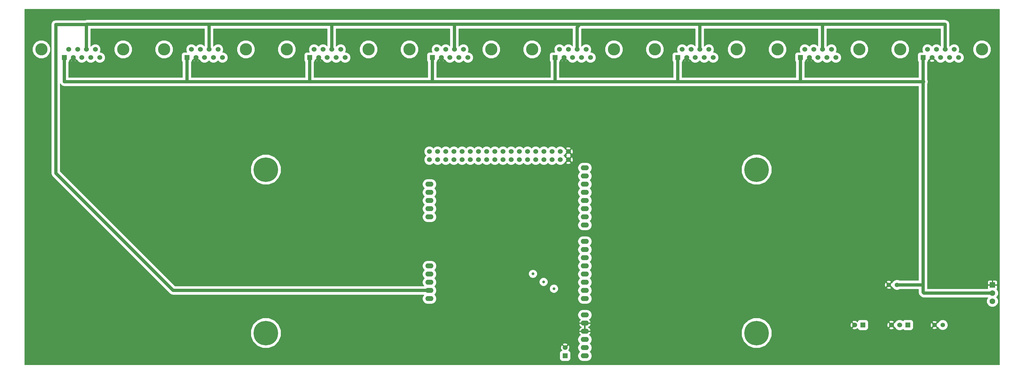
<source format=gbr>
G04 (created by PCBNEW (2013-07-07 BZR 4022)-stable) date 9/29/2015 10:07:16 AM*
%MOIN*%
G04 Gerber Fmt 3.4, Leading zero omitted, Abs format*
%FSLAX34Y34*%
G01*
G70*
G90*
G04 APERTURE LIST*
%ADD10C,0.00590551*%
%ADD11O,0.1X0.06*%
%ADD12C,0.06*%
%ADD13C,0.3*%
%ADD14C,0.07*%
%ADD15R,0.07X0.07*%
%ADD16R,0.06X0.06*%
%ADD17C,0.15*%
%ADD18C,0.055*%
%ADD19C,0.035*%
%ADD20C,0.04*%
%ADD21C,0.00787402*%
G04 APERTURE END LIST*
G54D10*
G54D11*
X72500Y-50000D03*
X72500Y-49000D03*
X72500Y-48000D03*
X72500Y-47000D03*
X72500Y-46000D03*
X91500Y-44000D03*
X91500Y-45000D03*
X91500Y-46000D03*
X91500Y-47000D03*
X91500Y-51000D03*
X91500Y-53000D03*
X91500Y-54000D03*
X91500Y-50000D03*
X91500Y-49000D03*
X91500Y-48000D03*
X91500Y-55000D03*
X91500Y-56000D03*
X91500Y-57000D03*
X91500Y-60000D03*
X91500Y-59000D03*
X91500Y-58000D03*
X91500Y-62000D03*
X91500Y-63000D03*
X91500Y-64000D03*
X91500Y-66000D03*
X91500Y-67000D03*
X72500Y-56000D03*
X72500Y-57000D03*
X72500Y-58000D03*
X72500Y-59000D03*
X72500Y-60000D03*
X91500Y-65000D03*
G54D12*
X73500Y-43000D03*
X73500Y-42000D03*
X74500Y-43000D03*
X74500Y-42000D03*
X75500Y-43000D03*
X75500Y-42000D03*
X76500Y-43000D03*
X76500Y-42000D03*
X72500Y-43000D03*
X72500Y-42000D03*
X77500Y-42000D03*
X77500Y-43000D03*
X78500Y-43000D03*
X78500Y-42000D03*
X79500Y-43000D03*
X79500Y-42000D03*
X80500Y-43000D03*
X80500Y-42000D03*
X81500Y-43000D03*
X81500Y-42000D03*
X82500Y-43000D03*
X82500Y-42000D03*
X83500Y-43000D03*
X83500Y-42000D03*
X84500Y-43000D03*
X84500Y-42000D03*
X85500Y-43000D03*
X85500Y-42000D03*
X86500Y-43000D03*
X86500Y-42000D03*
X87500Y-43000D03*
X87500Y-42000D03*
X88500Y-43000D03*
X88500Y-42000D03*
X89500Y-43000D03*
X89500Y-42000D03*
G54D13*
X52500Y-64210D03*
X112500Y-64210D03*
X112500Y-44210D03*
X52500Y-44210D03*
G54D14*
X141338Y-60330D03*
X141338Y-59330D03*
G54D15*
X141338Y-58330D03*
G54D16*
X125500Y-63228D03*
G54D12*
X124500Y-63228D03*
G54D16*
X89094Y-66996D03*
G54D12*
X89094Y-65996D03*
G54D17*
X35050Y-29500D03*
X25050Y-29500D03*
G54D16*
X27850Y-30500D03*
G54D12*
X28950Y-30500D03*
X30000Y-30500D03*
X31100Y-30500D03*
X32200Y-30500D03*
X28400Y-29500D03*
X29500Y-29500D03*
X30550Y-29500D03*
X31650Y-29500D03*
G54D17*
X95050Y-29500D03*
X85050Y-29500D03*
G54D16*
X87850Y-30500D03*
G54D12*
X88950Y-30500D03*
X90000Y-30500D03*
X91100Y-30500D03*
X92200Y-30500D03*
X88400Y-29500D03*
X89500Y-29500D03*
X90550Y-29500D03*
X91650Y-29500D03*
G54D17*
X50050Y-29500D03*
X40050Y-29500D03*
G54D16*
X42850Y-30500D03*
G54D12*
X43950Y-30500D03*
X45000Y-30500D03*
X46100Y-30500D03*
X47200Y-30500D03*
X43400Y-29500D03*
X44500Y-29500D03*
X45550Y-29500D03*
X46650Y-29500D03*
G54D17*
X110050Y-29500D03*
X100050Y-29500D03*
G54D16*
X102850Y-30500D03*
G54D12*
X103950Y-30500D03*
X105000Y-30500D03*
X106100Y-30500D03*
X107200Y-30500D03*
X103400Y-29500D03*
X104500Y-29500D03*
X105550Y-29500D03*
X106650Y-29500D03*
G54D17*
X65050Y-29500D03*
X55050Y-29500D03*
G54D16*
X57850Y-30500D03*
G54D12*
X58950Y-30500D03*
X60000Y-30500D03*
X61100Y-30500D03*
X62200Y-30500D03*
X58400Y-29500D03*
X59500Y-29500D03*
X60550Y-29500D03*
X61650Y-29500D03*
G54D17*
X125050Y-29500D03*
X115050Y-29500D03*
G54D16*
X117850Y-30500D03*
G54D12*
X118950Y-30500D03*
X120000Y-30500D03*
X121100Y-30500D03*
X122200Y-30500D03*
X118400Y-29500D03*
X119500Y-29500D03*
X120550Y-29500D03*
X121650Y-29500D03*
G54D17*
X80050Y-29500D03*
X70050Y-29500D03*
G54D16*
X72850Y-30500D03*
G54D12*
X73950Y-30500D03*
X75000Y-30500D03*
X76100Y-30500D03*
X77200Y-30500D03*
X73400Y-29500D03*
X74500Y-29500D03*
X75550Y-29500D03*
X76650Y-29500D03*
G54D17*
X140050Y-29500D03*
X130050Y-29500D03*
G54D16*
X132850Y-30500D03*
G54D12*
X133950Y-30500D03*
X135000Y-30500D03*
X136100Y-30500D03*
X137200Y-30500D03*
X133400Y-29500D03*
X134500Y-29500D03*
X135550Y-29500D03*
X136650Y-29500D03*
G54D18*
X134263Y-63228D03*
X135263Y-63228D03*
X129673Y-58307D03*
X128673Y-58307D03*
G54D16*
X131000Y-63228D03*
G54D12*
X130000Y-63228D03*
X129000Y-63228D03*
G54D19*
X127598Y-31929D03*
X112519Y-31929D03*
X97440Y-31929D03*
X82362Y-31968D03*
X67440Y-32007D03*
X52480Y-32047D03*
X38307Y-32086D03*
X87716Y-58779D03*
X86456Y-57952D03*
X85157Y-56968D03*
G54D20*
X30550Y-26457D02*
X26812Y-26457D01*
X41165Y-59000D02*
X72500Y-59000D01*
X26811Y-44645D02*
X41165Y-59000D01*
X26811Y-26459D02*
X26811Y-44645D01*
X26812Y-26457D02*
X26811Y-26459D01*
X120550Y-29500D02*
X120550Y-26417D01*
X120550Y-26417D02*
X120590Y-26417D01*
X105550Y-29500D02*
X105550Y-26417D01*
X105629Y-26456D02*
X105629Y-26417D01*
X105589Y-26456D02*
X105629Y-26456D01*
X105550Y-26417D02*
X105589Y-26456D01*
X90550Y-29500D02*
X90550Y-26772D01*
X90550Y-26772D02*
X90905Y-26417D01*
X75550Y-29500D02*
X75550Y-26457D01*
X75550Y-26457D02*
X75590Y-26417D01*
X60550Y-29500D02*
X60550Y-26536D01*
X60550Y-26536D02*
X60669Y-26417D01*
X45550Y-29500D02*
X45550Y-26417D01*
X45550Y-26417D02*
X45551Y-26417D01*
X30550Y-29500D02*
X30550Y-26457D01*
X135550Y-26455D02*
X135550Y-29500D01*
X135511Y-26417D02*
X135550Y-26455D01*
X30590Y-26417D02*
X45551Y-26417D01*
X45551Y-26417D02*
X60669Y-26417D01*
X60669Y-26417D02*
X75590Y-26417D01*
X75590Y-26417D02*
X90905Y-26417D01*
X90905Y-26417D02*
X105629Y-26417D01*
X105629Y-26417D02*
X120590Y-26417D01*
X120590Y-26417D02*
X135511Y-26417D01*
X30550Y-26457D02*
X30590Y-26417D01*
X118950Y-30500D02*
X118950Y-31942D01*
X118962Y-31929D02*
X127598Y-31929D01*
X118950Y-31942D02*
X118962Y-31929D01*
X103950Y-30500D02*
X103950Y-31876D01*
X104002Y-31929D02*
X112519Y-31929D01*
X103950Y-31876D02*
X104002Y-31929D01*
X88950Y-30500D02*
X88950Y-31876D01*
X89002Y-31929D02*
X97440Y-31929D01*
X88950Y-31876D02*
X89002Y-31929D01*
X73950Y-30500D02*
X73950Y-31942D01*
X73976Y-31968D02*
X82362Y-31968D01*
X73950Y-31942D02*
X73976Y-31968D01*
X58950Y-30500D02*
X58950Y-31981D01*
X58976Y-32007D02*
X67440Y-32007D01*
X58950Y-31981D02*
X58976Y-32007D01*
X43950Y-30500D02*
X43950Y-32020D01*
X43976Y-32047D02*
X52480Y-32047D01*
X43950Y-32020D02*
X43976Y-32047D01*
X28950Y-30500D02*
X28950Y-32099D01*
X28962Y-32086D02*
X38307Y-32086D01*
X28950Y-32099D02*
X28962Y-32086D01*
X129673Y-58307D02*
X132850Y-58307D01*
X132850Y-30500D02*
X132850Y-58307D01*
X132850Y-58307D02*
X132850Y-59227D01*
X132952Y-59330D02*
X141338Y-59330D01*
X132850Y-59227D02*
X132952Y-59330D01*
X117850Y-30500D02*
X117850Y-33464D01*
X117850Y-33464D02*
X117834Y-33464D01*
X102850Y-30500D02*
X102850Y-33464D01*
X87850Y-30500D02*
X87850Y-33464D01*
X87850Y-33464D02*
X87834Y-33464D01*
X72850Y-30500D02*
X72850Y-33464D01*
X57850Y-30500D02*
X57850Y-33464D01*
X57850Y-33464D02*
X57834Y-33464D01*
X42850Y-30500D02*
X42850Y-33464D01*
X42850Y-33464D02*
X42874Y-33464D01*
X27850Y-30500D02*
X27850Y-33440D01*
X132850Y-33401D02*
X132850Y-30500D01*
X132913Y-33464D02*
X132850Y-33401D01*
X27874Y-33464D02*
X42874Y-33464D01*
X42874Y-33464D02*
X57834Y-33464D01*
X57834Y-33464D02*
X72850Y-33464D01*
X72850Y-33464D02*
X87834Y-33464D01*
X87834Y-33464D02*
X102850Y-33464D01*
X102850Y-33464D02*
X117834Y-33464D01*
X117834Y-33464D02*
X132913Y-33464D01*
X27850Y-33440D02*
X27874Y-33464D01*
G54D10*
G36*
X44995Y-29070D02*
X44871Y-28945D01*
X44630Y-28845D01*
X44370Y-28845D01*
X44129Y-28944D01*
X43949Y-29124D01*
X43771Y-28945D01*
X43530Y-28845D01*
X43270Y-28845D01*
X43029Y-28944D01*
X42845Y-29128D01*
X42745Y-29369D01*
X42745Y-29629D01*
X42834Y-29845D01*
X42479Y-29845D01*
X42349Y-29899D01*
X42249Y-29999D01*
X42195Y-30129D01*
X42195Y-30270D01*
X42195Y-30870D01*
X42249Y-31000D01*
X42295Y-31046D01*
X42295Y-32910D01*
X41154Y-32910D01*
X41154Y-29281D01*
X40986Y-28875D01*
X40676Y-28564D01*
X40270Y-28395D01*
X39831Y-28395D01*
X39425Y-28563D01*
X39114Y-28873D01*
X38945Y-29279D01*
X38945Y-29718D01*
X39113Y-30124D01*
X39423Y-30435D01*
X39829Y-30604D01*
X40268Y-30604D01*
X40674Y-30436D01*
X40985Y-30126D01*
X41154Y-29720D01*
X41154Y-29281D01*
X41154Y-32910D01*
X36154Y-32910D01*
X36154Y-29281D01*
X35986Y-28875D01*
X35676Y-28564D01*
X35270Y-28395D01*
X34831Y-28395D01*
X34425Y-28563D01*
X34114Y-28873D01*
X33945Y-29279D01*
X33945Y-29718D01*
X34113Y-30124D01*
X34423Y-30435D01*
X34829Y-30604D01*
X35268Y-30604D01*
X35674Y-30436D01*
X35985Y-30126D01*
X36154Y-29720D01*
X36154Y-29281D01*
X36154Y-32910D01*
X29251Y-32910D01*
X29251Y-30886D01*
X28950Y-30585D01*
X28648Y-30886D01*
X28677Y-30977D01*
X28881Y-31045D01*
X29095Y-31030D01*
X29222Y-30977D01*
X29251Y-30886D01*
X29251Y-32910D01*
X28404Y-32910D01*
X28404Y-31046D01*
X28450Y-31000D01*
X28504Y-30870D01*
X28504Y-30782D01*
X28563Y-30801D01*
X28864Y-30500D01*
X28858Y-30494D01*
X28944Y-30408D01*
X28950Y-30414D01*
X28955Y-30408D01*
X29041Y-30494D01*
X29035Y-30500D01*
X29336Y-30801D01*
X29407Y-30778D01*
X29444Y-30870D01*
X29628Y-31054D01*
X29869Y-31154D01*
X30129Y-31154D01*
X30370Y-31055D01*
X30550Y-30875D01*
X30728Y-31054D01*
X30969Y-31154D01*
X31229Y-31154D01*
X31470Y-31055D01*
X31650Y-30875D01*
X31828Y-31054D01*
X32069Y-31154D01*
X32329Y-31154D01*
X32570Y-31055D01*
X32754Y-30871D01*
X32854Y-30630D01*
X32854Y-30370D01*
X32755Y-30129D01*
X32571Y-29945D01*
X32330Y-29845D01*
X32214Y-29845D01*
X32304Y-29630D01*
X32304Y-29370D01*
X32205Y-29129D01*
X32021Y-28945D01*
X31780Y-28845D01*
X31520Y-28845D01*
X31279Y-28944D01*
X31104Y-29120D01*
X31104Y-26971D01*
X44995Y-26971D01*
X44995Y-29070D01*
X44995Y-29070D01*
G37*
G54D21*
X44995Y-29070D02*
X44871Y-28945D01*
X44630Y-28845D01*
X44370Y-28845D01*
X44129Y-28944D01*
X43949Y-29124D01*
X43771Y-28945D01*
X43530Y-28845D01*
X43270Y-28845D01*
X43029Y-28944D01*
X42845Y-29128D01*
X42745Y-29369D01*
X42745Y-29629D01*
X42834Y-29845D01*
X42479Y-29845D01*
X42349Y-29899D01*
X42249Y-29999D01*
X42195Y-30129D01*
X42195Y-30270D01*
X42195Y-30870D01*
X42249Y-31000D01*
X42295Y-31046D01*
X42295Y-32910D01*
X41154Y-32910D01*
X41154Y-29281D01*
X40986Y-28875D01*
X40676Y-28564D01*
X40270Y-28395D01*
X39831Y-28395D01*
X39425Y-28563D01*
X39114Y-28873D01*
X38945Y-29279D01*
X38945Y-29718D01*
X39113Y-30124D01*
X39423Y-30435D01*
X39829Y-30604D01*
X40268Y-30604D01*
X40674Y-30436D01*
X40985Y-30126D01*
X41154Y-29720D01*
X41154Y-29281D01*
X41154Y-32910D01*
X36154Y-32910D01*
X36154Y-29281D01*
X35986Y-28875D01*
X35676Y-28564D01*
X35270Y-28395D01*
X34831Y-28395D01*
X34425Y-28563D01*
X34114Y-28873D01*
X33945Y-29279D01*
X33945Y-29718D01*
X34113Y-30124D01*
X34423Y-30435D01*
X34829Y-30604D01*
X35268Y-30604D01*
X35674Y-30436D01*
X35985Y-30126D01*
X36154Y-29720D01*
X36154Y-29281D01*
X36154Y-32910D01*
X29251Y-32910D01*
X29251Y-30886D01*
X28950Y-30585D01*
X28648Y-30886D01*
X28677Y-30977D01*
X28881Y-31045D01*
X29095Y-31030D01*
X29222Y-30977D01*
X29251Y-30886D01*
X29251Y-32910D01*
X28404Y-32910D01*
X28404Y-31046D01*
X28450Y-31000D01*
X28504Y-30870D01*
X28504Y-30782D01*
X28563Y-30801D01*
X28864Y-30500D01*
X28858Y-30494D01*
X28944Y-30408D01*
X28950Y-30414D01*
X28955Y-30408D01*
X29041Y-30494D01*
X29035Y-30500D01*
X29336Y-30801D01*
X29407Y-30778D01*
X29444Y-30870D01*
X29628Y-31054D01*
X29869Y-31154D01*
X30129Y-31154D01*
X30370Y-31055D01*
X30550Y-30875D01*
X30728Y-31054D01*
X30969Y-31154D01*
X31229Y-31154D01*
X31470Y-31055D01*
X31650Y-30875D01*
X31828Y-31054D01*
X32069Y-31154D01*
X32329Y-31154D01*
X32570Y-31055D01*
X32754Y-30871D01*
X32854Y-30630D01*
X32854Y-30370D01*
X32755Y-30129D01*
X32571Y-29945D01*
X32330Y-29845D01*
X32214Y-29845D01*
X32304Y-29630D01*
X32304Y-29370D01*
X32205Y-29129D01*
X32021Y-28945D01*
X31780Y-28845D01*
X31520Y-28845D01*
X31279Y-28944D01*
X31104Y-29120D01*
X31104Y-26971D01*
X44995Y-26971D01*
X44995Y-29070D01*
G54D10*
G36*
X59995Y-29070D02*
X59871Y-28945D01*
X59630Y-28845D01*
X59370Y-28845D01*
X59129Y-28944D01*
X58949Y-29124D01*
X58771Y-28945D01*
X58530Y-28845D01*
X58270Y-28845D01*
X58029Y-28944D01*
X57845Y-29128D01*
X57745Y-29369D01*
X57745Y-29629D01*
X57834Y-29845D01*
X57479Y-29845D01*
X57349Y-29899D01*
X57249Y-29999D01*
X57195Y-30129D01*
X57195Y-30270D01*
X57195Y-30870D01*
X57249Y-31000D01*
X57295Y-31046D01*
X57295Y-32910D01*
X56154Y-32910D01*
X56154Y-29281D01*
X55986Y-28875D01*
X55676Y-28564D01*
X55270Y-28395D01*
X54831Y-28395D01*
X54425Y-28563D01*
X54114Y-28873D01*
X53945Y-29279D01*
X53945Y-29718D01*
X54113Y-30124D01*
X54423Y-30435D01*
X54829Y-30604D01*
X55268Y-30604D01*
X55674Y-30436D01*
X55985Y-30126D01*
X56154Y-29720D01*
X56154Y-29281D01*
X56154Y-32910D01*
X51154Y-32910D01*
X51154Y-29281D01*
X50986Y-28875D01*
X50676Y-28564D01*
X50270Y-28395D01*
X49831Y-28395D01*
X49425Y-28563D01*
X49114Y-28873D01*
X48945Y-29279D01*
X48945Y-29718D01*
X49113Y-30124D01*
X49423Y-30435D01*
X49829Y-30604D01*
X50268Y-30604D01*
X50674Y-30436D01*
X50985Y-30126D01*
X51154Y-29720D01*
X51154Y-29281D01*
X51154Y-32910D01*
X44251Y-32910D01*
X44251Y-30886D01*
X43950Y-30585D01*
X43648Y-30886D01*
X43677Y-30977D01*
X43881Y-31045D01*
X44095Y-31030D01*
X44222Y-30977D01*
X44251Y-30886D01*
X44251Y-32910D01*
X43404Y-32910D01*
X43404Y-31046D01*
X43450Y-31000D01*
X43504Y-30870D01*
X43504Y-30782D01*
X43563Y-30801D01*
X43864Y-30500D01*
X43858Y-30494D01*
X43944Y-30408D01*
X43950Y-30414D01*
X43955Y-30408D01*
X44041Y-30494D01*
X44035Y-30500D01*
X44336Y-30801D01*
X44407Y-30778D01*
X44444Y-30870D01*
X44628Y-31054D01*
X44869Y-31154D01*
X45129Y-31154D01*
X45370Y-31055D01*
X45550Y-30875D01*
X45728Y-31054D01*
X45969Y-31154D01*
X46229Y-31154D01*
X46470Y-31055D01*
X46650Y-30875D01*
X46828Y-31054D01*
X47069Y-31154D01*
X47329Y-31154D01*
X47570Y-31055D01*
X47754Y-30871D01*
X47854Y-30630D01*
X47854Y-30370D01*
X47755Y-30129D01*
X47571Y-29945D01*
X47330Y-29845D01*
X47214Y-29845D01*
X47304Y-29630D01*
X47304Y-29370D01*
X47205Y-29129D01*
X47021Y-28945D01*
X46780Y-28845D01*
X46520Y-28845D01*
X46279Y-28944D01*
X46104Y-29120D01*
X46104Y-26971D01*
X59995Y-26971D01*
X59995Y-29070D01*
X59995Y-29070D01*
G37*
G54D21*
X59995Y-29070D02*
X59871Y-28945D01*
X59630Y-28845D01*
X59370Y-28845D01*
X59129Y-28944D01*
X58949Y-29124D01*
X58771Y-28945D01*
X58530Y-28845D01*
X58270Y-28845D01*
X58029Y-28944D01*
X57845Y-29128D01*
X57745Y-29369D01*
X57745Y-29629D01*
X57834Y-29845D01*
X57479Y-29845D01*
X57349Y-29899D01*
X57249Y-29999D01*
X57195Y-30129D01*
X57195Y-30270D01*
X57195Y-30870D01*
X57249Y-31000D01*
X57295Y-31046D01*
X57295Y-32910D01*
X56154Y-32910D01*
X56154Y-29281D01*
X55986Y-28875D01*
X55676Y-28564D01*
X55270Y-28395D01*
X54831Y-28395D01*
X54425Y-28563D01*
X54114Y-28873D01*
X53945Y-29279D01*
X53945Y-29718D01*
X54113Y-30124D01*
X54423Y-30435D01*
X54829Y-30604D01*
X55268Y-30604D01*
X55674Y-30436D01*
X55985Y-30126D01*
X56154Y-29720D01*
X56154Y-29281D01*
X56154Y-32910D01*
X51154Y-32910D01*
X51154Y-29281D01*
X50986Y-28875D01*
X50676Y-28564D01*
X50270Y-28395D01*
X49831Y-28395D01*
X49425Y-28563D01*
X49114Y-28873D01*
X48945Y-29279D01*
X48945Y-29718D01*
X49113Y-30124D01*
X49423Y-30435D01*
X49829Y-30604D01*
X50268Y-30604D01*
X50674Y-30436D01*
X50985Y-30126D01*
X51154Y-29720D01*
X51154Y-29281D01*
X51154Y-32910D01*
X44251Y-32910D01*
X44251Y-30886D01*
X43950Y-30585D01*
X43648Y-30886D01*
X43677Y-30977D01*
X43881Y-31045D01*
X44095Y-31030D01*
X44222Y-30977D01*
X44251Y-30886D01*
X44251Y-32910D01*
X43404Y-32910D01*
X43404Y-31046D01*
X43450Y-31000D01*
X43504Y-30870D01*
X43504Y-30782D01*
X43563Y-30801D01*
X43864Y-30500D01*
X43858Y-30494D01*
X43944Y-30408D01*
X43950Y-30414D01*
X43955Y-30408D01*
X44041Y-30494D01*
X44035Y-30500D01*
X44336Y-30801D01*
X44407Y-30778D01*
X44444Y-30870D01*
X44628Y-31054D01*
X44869Y-31154D01*
X45129Y-31154D01*
X45370Y-31055D01*
X45550Y-30875D01*
X45728Y-31054D01*
X45969Y-31154D01*
X46229Y-31154D01*
X46470Y-31055D01*
X46650Y-30875D01*
X46828Y-31054D01*
X47069Y-31154D01*
X47329Y-31154D01*
X47570Y-31055D01*
X47754Y-30871D01*
X47854Y-30630D01*
X47854Y-30370D01*
X47755Y-30129D01*
X47571Y-29945D01*
X47330Y-29845D01*
X47214Y-29845D01*
X47304Y-29630D01*
X47304Y-29370D01*
X47205Y-29129D01*
X47021Y-28945D01*
X46780Y-28845D01*
X46520Y-28845D01*
X46279Y-28944D01*
X46104Y-29120D01*
X46104Y-26971D01*
X59995Y-26971D01*
X59995Y-29070D01*
G54D10*
G36*
X74995Y-29070D02*
X74871Y-28945D01*
X74630Y-28845D01*
X74370Y-28845D01*
X74129Y-28944D01*
X73949Y-29124D01*
X73771Y-28945D01*
X73530Y-28845D01*
X73270Y-28845D01*
X73029Y-28944D01*
X72845Y-29128D01*
X72745Y-29369D01*
X72745Y-29629D01*
X72834Y-29845D01*
X72479Y-29845D01*
X72349Y-29899D01*
X72249Y-29999D01*
X72195Y-30129D01*
X72195Y-30270D01*
X72195Y-30870D01*
X72249Y-31000D01*
X72295Y-31046D01*
X72295Y-32910D01*
X71154Y-32910D01*
X71154Y-29281D01*
X70986Y-28875D01*
X70676Y-28564D01*
X70270Y-28395D01*
X69831Y-28395D01*
X69425Y-28563D01*
X69114Y-28873D01*
X68945Y-29279D01*
X68945Y-29718D01*
X69113Y-30124D01*
X69423Y-30435D01*
X69829Y-30604D01*
X70268Y-30604D01*
X70674Y-30436D01*
X70985Y-30126D01*
X71154Y-29720D01*
X71154Y-29281D01*
X71154Y-32910D01*
X66154Y-32910D01*
X66154Y-29281D01*
X65986Y-28875D01*
X65676Y-28564D01*
X65270Y-28395D01*
X64831Y-28395D01*
X64425Y-28563D01*
X64114Y-28873D01*
X63945Y-29279D01*
X63945Y-29718D01*
X64113Y-30124D01*
X64423Y-30435D01*
X64829Y-30604D01*
X65268Y-30604D01*
X65674Y-30436D01*
X65985Y-30126D01*
X66154Y-29720D01*
X66154Y-29281D01*
X66154Y-32910D01*
X59251Y-32910D01*
X59251Y-30886D01*
X58950Y-30585D01*
X58648Y-30886D01*
X58677Y-30977D01*
X58881Y-31045D01*
X59095Y-31030D01*
X59222Y-30977D01*
X59251Y-30886D01*
X59251Y-32910D01*
X58404Y-32910D01*
X58404Y-31046D01*
X58450Y-31000D01*
X58504Y-30870D01*
X58504Y-30782D01*
X58563Y-30801D01*
X58864Y-30500D01*
X58858Y-30494D01*
X58944Y-30408D01*
X58950Y-30414D01*
X58955Y-30408D01*
X59041Y-30494D01*
X59035Y-30500D01*
X59336Y-30801D01*
X59407Y-30778D01*
X59444Y-30870D01*
X59628Y-31054D01*
X59869Y-31154D01*
X60129Y-31154D01*
X60370Y-31055D01*
X60550Y-30875D01*
X60728Y-31054D01*
X60969Y-31154D01*
X61229Y-31154D01*
X61470Y-31055D01*
X61650Y-30875D01*
X61828Y-31054D01*
X62069Y-31154D01*
X62329Y-31154D01*
X62570Y-31055D01*
X62754Y-30871D01*
X62854Y-30630D01*
X62854Y-30370D01*
X62755Y-30129D01*
X62571Y-29945D01*
X62330Y-29845D01*
X62214Y-29845D01*
X62304Y-29630D01*
X62304Y-29370D01*
X62205Y-29129D01*
X62021Y-28945D01*
X61780Y-28845D01*
X61520Y-28845D01*
X61279Y-28944D01*
X61104Y-29120D01*
X61104Y-26971D01*
X74995Y-26971D01*
X74995Y-29070D01*
X74995Y-29070D01*
G37*
G54D21*
X74995Y-29070D02*
X74871Y-28945D01*
X74630Y-28845D01*
X74370Y-28845D01*
X74129Y-28944D01*
X73949Y-29124D01*
X73771Y-28945D01*
X73530Y-28845D01*
X73270Y-28845D01*
X73029Y-28944D01*
X72845Y-29128D01*
X72745Y-29369D01*
X72745Y-29629D01*
X72834Y-29845D01*
X72479Y-29845D01*
X72349Y-29899D01*
X72249Y-29999D01*
X72195Y-30129D01*
X72195Y-30270D01*
X72195Y-30870D01*
X72249Y-31000D01*
X72295Y-31046D01*
X72295Y-32910D01*
X71154Y-32910D01*
X71154Y-29281D01*
X70986Y-28875D01*
X70676Y-28564D01*
X70270Y-28395D01*
X69831Y-28395D01*
X69425Y-28563D01*
X69114Y-28873D01*
X68945Y-29279D01*
X68945Y-29718D01*
X69113Y-30124D01*
X69423Y-30435D01*
X69829Y-30604D01*
X70268Y-30604D01*
X70674Y-30436D01*
X70985Y-30126D01*
X71154Y-29720D01*
X71154Y-29281D01*
X71154Y-32910D01*
X66154Y-32910D01*
X66154Y-29281D01*
X65986Y-28875D01*
X65676Y-28564D01*
X65270Y-28395D01*
X64831Y-28395D01*
X64425Y-28563D01*
X64114Y-28873D01*
X63945Y-29279D01*
X63945Y-29718D01*
X64113Y-30124D01*
X64423Y-30435D01*
X64829Y-30604D01*
X65268Y-30604D01*
X65674Y-30436D01*
X65985Y-30126D01*
X66154Y-29720D01*
X66154Y-29281D01*
X66154Y-32910D01*
X59251Y-32910D01*
X59251Y-30886D01*
X58950Y-30585D01*
X58648Y-30886D01*
X58677Y-30977D01*
X58881Y-31045D01*
X59095Y-31030D01*
X59222Y-30977D01*
X59251Y-30886D01*
X59251Y-32910D01*
X58404Y-32910D01*
X58404Y-31046D01*
X58450Y-31000D01*
X58504Y-30870D01*
X58504Y-30782D01*
X58563Y-30801D01*
X58864Y-30500D01*
X58858Y-30494D01*
X58944Y-30408D01*
X58950Y-30414D01*
X58955Y-30408D01*
X59041Y-30494D01*
X59035Y-30500D01*
X59336Y-30801D01*
X59407Y-30778D01*
X59444Y-30870D01*
X59628Y-31054D01*
X59869Y-31154D01*
X60129Y-31154D01*
X60370Y-31055D01*
X60550Y-30875D01*
X60728Y-31054D01*
X60969Y-31154D01*
X61229Y-31154D01*
X61470Y-31055D01*
X61650Y-30875D01*
X61828Y-31054D01*
X62069Y-31154D01*
X62329Y-31154D01*
X62570Y-31055D01*
X62754Y-30871D01*
X62854Y-30630D01*
X62854Y-30370D01*
X62755Y-30129D01*
X62571Y-29945D01*
X62330Y-29845D01*
X62214Y-29845D01*
X62304Y-29630D01*
X62304Y-29370D01*
X62205Y-29129D01*
X62021Y-28945D01*
X61780Y-28845D01*
X61520Y-28845D01*
X61279Y-28944D01*
X61104Y-29120D01*
X61104Y-26971D01*
X74995Y-26971D01*
X74995Y-29070D01*
G54D10*
G36*
X89995Y-29070D02*
X89871Y-28945D01*
X89630Y-28845D01*
X89370Y-28845D01*
X89129Y-28944D01*
X88949Y-29124D01*
X88771Y-28945D01*
X88530Y-28845D01*
X88270Y-28845D01*
X88029Y-28944D01*
X87845Y-29128D01*
X87745Y-29369D01*
X87745Y-29629D01*
X87834Y-29845D01*
X87479Y-29845D01*
X87349Y-29899D01*
X87249Y-29999D01*
X87195Y-30129D01*
X87195Y-30270D01*
X87195Y-30870D01*
X87249Y-31000D01*
X87295Y-31046D01*
X87295Y-32910D01*
X86154Y-32910D01*
X86154Y-29281D01*
X85986Y-28875D01*
X85676Y-28564D01*
X85270Y-28395D01*
X84831Y-28395D01*
X84425Y-28563D01*
X84114Y-28873D01*
X83945Y-29279D01*
X83945Y-29718D01*
X84113Y-30124D01*
X84423Y-30435D01*
X84829Y-30604D01*
X85268Y-30604D01*
X85674Y-30436D01*
X85985Y-30126D01*
X86154Y-29720D01*
X86154Y-29281D01*
X86154Y-32910D01*
X81154Y-32910D01*
X81154Y-29281D01*
X80986Y-28875D01*
X80676Y-28564D01*
X80270Y-28395D01*
X79831Y-28395D01*
X79425Y-28563D01*
X79114Y-28873D01*
X78945Y-29279D01*
X78945Y-29718D01*
X79113Y-30124D01*
X79423Y-30435D01*
X79829Y-30604D01*
X80268Y-30604D01*
X80674Y-30436D01*
X80985Y-30126D01*
X81154Y-29720D01*
X81154Y-29281D01*
X81154Y-32910D01*
X74251Y-32910D01*
X74251Y-30886D01*
X73950Y-30585D01*
X73648Y-30886D01*
X73677Y-30977D01*
X73881Y-31045D01*
X74095Y-31030D01*
X74222Y-30977D01*
X74251Y-30886D01*
X74251Y-32910D01*
X73404Y-32910D01*
X73404Y-31046D01*
X73450Y-31000D01*
X73504Y-30870D01*
X73504Y-30782D01*
X73563Y-30801D01*
X73864Y-30500D01*
X73858Y-30494D01*
X73944Y-30408D01*
X73950Y-30414D01*
X73955Y-30408D01*
X74041Y-30494D01*
X74035Y-30500D01*
X74336Y-30801D01*
X74407Y-30778D01*
X74444Y-30870D01*
X74628Y-31054D01*
X74869Y-31154D01*
X75129Y-31154D01*
X75370Y-31055D01*
X75550Y-30875D01*
X75728Y-31054D01*
X75969Y-31154D01*
X76229Y-31154D01*
X76470Y-31055D01*
X76650Y-30875D01*
X76828Y-31054D01*
X77069Y-31154D01*
X77329Y-31154D01*
X77570Y-31055D01*
X77754Y-30871D01*
X77854Y-30630D01*
X77854Y-30370D01*
X77755Y-30129D01*
X77571Y-29945D01*
X77330Y-29845D01*
X77214Y-29845D01*
X77304Y-29630D01*
X77304Y-29370D01*
X77205Y-29129D01*
X77021Y-28945D01*
X76780Y-28845D01*
X76520Y-28845D01*
X76279Y-28944D01*
X76104Y-29120D01*
X76104Y-26971D01*
X89995Y-26971D01*
X89995Y-29070D01*
X89995Y-29070D01*
G37*
G54D21*
X89995Y-29070D02*
X89871Y-28945D01*
X89630Y-28845D01*
X89370Y-28845D01*
X89129Y-28944D01*
X88949Y-29124D01*
X88771Y-28945D01*
X88530Y-28845D01*
X88270Y-28845D01*
X88029Y-28944D01*
X87845Y-29128D01*
X87745Y-29369D01*
X87745Y-29629D01*
X87834Y-29845D01*
X87479Y-29845D01*
X87349Y-29899D01*
X87249Y-29999D01*
X87195Y-30129D01*
X87195Y-30270D01*
X87195Y-30870D01*
X87249Y-31000D01*
X87295Y-31046D01*
X87295Y-32910D01*
X86154Y-32910D01*
X86154Y-29281D01*
X85986Y-28875D01*
X85676Y-28564D01*
X85270Y-28395D01*
X84831Y-28395D01*
X84425Y-28563D01*
X84114Y-28873D01*
X83945Y-29279D01*
X83945Y-29718D01*
X84113Y-30124D01*
X84423Y-30435D01*
X84829Y-30604D01*
X85268Y-30604D01*
X85674Y-30436D01*
X85985Y-30126D01*
X86154Y-29720D01*
X86154Y-29281D01*
X86154Y-32910D01*
X81154Y-32910D01*
X81154Y-29281D01*
X80986Y-28875D01*
X80676Y-28564D01*
X80270Y-28395D01*
X79831Y-28395D01*
X79425Y-28563D01*
X79114Y-28873D01*
X78945Y-29279D01*
X78945Y-29718D01*
X79113Y-30124D01*
X79423Y-30435D01*
X79829Y-30604D01*
X80268Y-30604D01*
X80674Y-30436D01*
X80985Y-30126D01*
X81154Y-29720D01*
X81154Y-29281D01*
X81154Y-32910D01*
X74251Y-32910D01*
X74251Y-30886D01*
X73950Y-30585D01*
X73648Y-30886D01*
X73677Y-30977D01*
X73881Y-31045D01*
X74095Y-31030D01*
X74222Y-30977D01*
X74251Y-30886D01*
X74251Y-32910D01*
X73404Y-32910D01*
X73404Y-31046D01*
X73450Y-31000D01*
X73504Y-30870D01*
X73504Y-30782D01*
X73563Y-30801D01*
X73864Y-30500D01*
X73858Y-30494D01*
X73944Y-30408D01*
X73950Y-30414D01*
X73955Y-30408D01*
X74041Y-30494D01*
X74035Y-30500D01*
X74336Y-30801D01*
X74407Y-30778D01*
X74444Y-30870D01*
X74628Y-31054D01*
X74869Y-31154D01*
X75129Y-31154D01*
X75370Y-31055D01*
X75550Y-30875D01*
X75728Y-31054D01*
X75969Y-31154D01*
X76229Y-31154D01*
X76470Y-31055D01*
X76650Y-30875D01*
X76828Y-31054D01*
X77069Y-31154D01*
X77329Y-31154D01*
X77570Y-31055D01*
X77754Y-30871D01*
X77854Y-30630D01*
X77854Y-30370D01*
X77755Y-30129D01*
X77571Y-29945D01*
X77330Y-29845D01*
X77214Y-29845D01*
X77304Y-29630D01*
X77304Y-29370D01*
X77205Y-29129D01*
X77021Y-28945D01*
X76780Y-28845D01*
X76520Y-28845D01*
X76279Y-28944D01*
X76104Y-29120D01*
X76104Y-26971D01*
X89995Y-26971D01*
X89995Y-29070D01*
G54D10*
G36*
X104995Y-29070D02*
X104871Y-28945D01*
X104630Y-28845D01*
X104370Y-28845D01*
X104129Y-28944D01*
X103949Y-29124D01*
X103771Y-28945D01*
X103530Y-28845D01*
X103270Y-28845D01*
X103029Y-28944D01*
X102845Y-29128D01*
X102745Y-29369D01*
X102745Y-29629D01*
X102834Y-29845D01*
X102479Y-29845D01*
X102349Y-29899D01*
X102249Y-29999D01*
X102195Y-30129D01*
X102195Y-30270D01*
X102195Y-30870D01*
X102249Y-31000D01*
X102295Y-31046D01*
X102295Y-32910D01*
X101154Y-32910D01*
X101154Y-29281D01*
X100986Y-28875D01*
X100676Y-28564D01*
X100270Y-28395D01*
X99831Y-28395D01*
X99425Y-28563D01*
X99114Y-28873D01*
X98945Y-29279D01*
X98945Y-29718D01*
X99113Y-30124D01*
X99423Y-30435D01*
X99829Y-30604D01*
X100268Y-30604D01*
X100674Y-30436D01*
X100985Y-30126D01*
X101154Y-29720D01*
X101154Y-29281D01*
X101154Y-32910D01*
X96154Y-32910D01*
X96154Y-29281D01*
X95986Y-28875D01*
X95676Y-28564D01*
X95270Y-28395D01*
X94831Y-28395D01*
X94425Y-28563D01*
X94114Y-28873D01*
X93945Y-29279D01*
X93945Y-29718D01*
X94113Y-30124D01*
X94423Y-30435D01*
X94829Y-30604D01*
X95268Y-30604D01*
X95674Y-30436D01*
X95985Y-30126D01*
X96154Y-29720D01*
X96154Y-29281D01*
X96154Y-32910D01*
X89251Y-32910D01*
X89251Y-30886D01*
X88950Y-30585D01*
X88648Y-30886D01*
X88677Y-30977D01*
X88881Y-31045D01*
X89095Y-31030D01*
X89222Y-30977D01*
X89251Y-30886D01*
X89251Y-32910D01*
X88404Y-32910D01*
X88404Y-31046D01*
X88450Y-31000D01*
X88504Y-30870D01*
X88504Y-30782D01*
X88563Y-30801D01*
X88864Y-30500D01*
X88858Y-30494D01*
X88944Y-30408D01*
X88950Y-30414D01*
X88955Y-30408D01*
X89041Y-30494D01*
X89035Y-30500D01*
X89336Y-30801D01*
X89407Y-30778D01*
X89444Y-30870D01*
X89628Y-31054D01*
X89869Y-31154D01*
X90129Y-31154D01*
X90370Y-31055D01*
X90550Y-30875D01*
X90728Y-31054D01*
X90969Y-31154D01*
X91229Y-31154D01*
X91470Y-31055D01*
X91650Y-30875D01*
X91828Y-31054D01*
X92069Y-31154D01*
X92329Y-31154D01*
X92570Y-31055D01*
X92754Y-30871D01*
X92854Y-30630D01*
X92854Y-30370D01*
X92755Y-30129D01*
X92571Y-29945D01*
X92330Y-29845D01*
X92214Y-29845D01*
X92304Y-29630D01*
X92304Y-29370D01*
X92205Y-29129D01*
X92021Y-28945D01*
X91780Y-28845D01*
X91520Y-28845D01*
X91279Y-28944D01*
X91104Y-29120D01*
X91104Y-27002D01*
X91135Y-26971D01*
X104995Y-26971D01*
X104995Y-29070D01*
X104995Y-29070D01*
G37*
G54D21*
X104995Y-29070D02*
X104871Y-28945D01*
X104630Y-28845D01*
X104370Y-28845D01*
X104129Y-28944D01*
X103949Y-29124D01*
X103771Y-28945D01*
X103530Y-28845D01*
X103270Y-28845D01*
X103029Y-28944D01*
X102845Y-29128D01*
X102745Y-29369D01*
X102745Y-29629D01*
X102834Y-29845D01*
X102479Y-29845D01*
X102349Y-29899D01*
X102249Y-29999D01*
X102195Y-30129D01*
X102195Y-30270D01*
X102195Y-30870D01*
X102249Y-31000D01*
X102295Y-31046D01*
X102295Y-32910D01*
X101154Y-32910D01*
X101154Y-29281D01*
X100986Y-28875D01*
X100676Y-28564D01*
X100270Y-28395D01*
X99831Y-28395D01*
X99425Y-28563D01*
X99114Y-28873D01*
X98945Y-29279D01*
X98945Y-29718D01*
X99113Y-30124D01*
X99423Y-30435D01*
X99829Y-30604D01*
X100268Y-30604D01*
X100674Y-30436D01*
X100985Y-30126D01*
X101154Y-29720D01*
X101154Y-29281D01*
X101154Y-32910D01*
X96154Y-32910D01*
X96154Y-29281D01*
X95986Y-28875D01*
X95676Y-28564D01*
X95270Y-28395D01*
X94831Y-28395D01*
X94425Y-28563D01*
X94114Y-28873D01*
X93945Y-29279D01*
X93945Y-29718D01*
X94113Y-30124D01*
X94423Y-30435D01*
X94829Y-30604D01*
X95268Y-30604D01*
X95674Y-30436D01*
X95985Y-30126D01*
X96154Y-29720D01*
X96154Y-29281D01*
X96154Y-32910D01*
X89251Y-32910D01*
X89251Y-30886D01*
X88950Y-30585D01*
X88648Y-30886D01*
X88677Y-30977D01*
X88881Y-31045D01*
X89095Y-31030D01*
X89222Y-30977D01*
X89251Y-30886D01*
X89251Y-32910D01*
X88404Y-32910D01*
X88404Y-31046D01*
X88450Y-31000D01*
X88504Y-30870D01*
X88504Y-30782D01*
X88563Y-30801D01*
X88864Y-30500D01*
X88858Y-30494D01*
X88944Y-30408D01*
X88950Y-30414D01*
X88955Y-30408D01*
X89041Y-30494D01*
X89035Y-30500D01*
X89336Y-30801D01*
X89407Y-30778D01*
X89444Y-30870D01*
X89628Y-31054D01*
X89869Y-31154D01*
X90129Y-31154D01*
X90370Y-31055D01*
X90550Y-30875D01*
X90728Y-31054D01*
X90969Y-31154D01*
X91229Y-31154D01*
X91470Y-31055D01*
X91650Y-30875D01*
X91828Y-31054D01*
X92069Y-31154D01*
X92329Y-31154D01*
X92570Y-31055D01*
X92754Y-30871D01*
X92854Y-30630D01*
X92854Y-30370D01*
X92755Y-30129D01*
X92571Y-29945D01*
X92330Y-29845D01*
X92214Y-29845D01*
X92304Y-29630D01*
X92304Y-29370D01*
X92205Y-29129D01*
X92021Y-28945D01*
X91780Y-28845D01*
X91520Y-28845D01*
X91279Y-28944D01*
X91104Y-29120D01*
X91104Y-27002D01*
X91135Y-26971D01*
X104995Y-26971D01*
X104995Y-29070D01*
G54D10*
G36*
X119995Y-29070D02*
X119871Y-28945D01*
X119630Y-28845D01*
X119370Y-28845D01*
X119129Y-28944D01*
X118949Y-29124D01*
X118771Y-28945D01*
X118530Y-28845D01*
X118270Y-28845D01*
X118029Y-28944D01*
X117845Y-29128D01*
X117745Y-29369D01*
X117745Y-29629D01*
X117834Y-29845D01*
X117479Y-29845D01*
X117349Y-29899D01*
X117249Y-29999D01*
X117195Y-30129D01*
X117195Y-30270D01*
X117195Y-30870D01*
X117249Y-31000D01*
X117295Y-31046D01*
X117295Y-32910D01*
X116154Y-32910D01*
X116154Y-29281D01*
X115986Y-28875D01*
X115676Y-28564D01*
X115270Y-28395D01*
X114831Y-28395D01*
X114425Y-28563D01*
X114114Y-28873D01*
X113945Y-29279D01*
X113945Y-29718D01*
X114113Y-30124D01*
X114423Y-30435D01*
X114829Y-30604D01*
X115268Y-30604D01*
X115674Y-30436D01*
X115985Y-30126D01*
X116154Y-29720D01*
X116154Y-29281D01*
X116154Y-32910D01*
X111154Y-32910D01*
X111154Y-29281D01*
X110986Y-28875D01*
X110676Y-28564D01*
X110270Y-28395D01*
X109831Y-28395D01*
X109425Y-28563D01*
X109114Y-28873D01*
X108945Y-29279D01*
X108945Y-29718D01*
X109113Y-30124D01*
X109423Y-30435D01*
X109829Y-30604D01*
X110268Y-30604D01*
X110674Y-30436D01*
X110985Y-30126D01*
X111154Y-29720D01*
X111154Y-29281D01*
X111154Y-32910D01*
X104251Y-32910D01*
X104251Y-30886D01*
X103950Y-30585D01*
X103648Y-30886D01*
X103677Y-30977D01*
X103881Y-31045D01*
X104095Y-31030D01*
X104222Y-30977D01*
X104251Y-30886D01*
X104251Y-32910D01*
X103404Y-32910D01*
X103404Y-31046D01*
X103450Y-31000D01*
X103504Y-30870D01*
X103504Y-30782D01*
X103563Y-30801D01*
X103864Y-30500D01*
X103858Y-30494D01*
X103944Y-30408D01*
X103950Y-30414D01*
X103955Y-30408D01*
X104041Y-30494D01*
X104035Y-30500D01*
X104336Y-30801D01*
X104407Y-30778D01*
X104444Y-30870D01*
X104628Y-31054D01*
X104869Y-31154D01*
X105129Y-31154D01*
X105370Y-31055D01*
X105550Y-30875D01*
X105728Y-31054D01*
X105969Y-31154D01*
X106229Y-31154D01*
X106470Y-31055D01*
X106650Y-30875D01*
X106828Y-31054D01*
X107069Y-31154D01*
X107329Y-31154D01*
X107570Y-31055D01*
X107754Y-30871D01*
X107854Y-30630D01*
X107854Y-30370D01*
X107755Y-30129D01*
X107571Y-29945D01*
X107330Y-29845D01*
X107214Y-29845D01*
X107304Y-29630D01*
X107304Y-29370D01*
X107205Y-29129D01*
X107021Y-28945D01*
X106780Y-28845D01*
X106520Y-28845D01*
X106279Y-28944D01*
X106104Y-29120D01*
X106104Y-26971D01*
X119995Y-26971D01*
X119995Y-29070D01*
X119995Y-29070D01*
G37*
G54D21*
X119995Y-29070D02*
X119871Y-28945D01*
X119630Y-28845D01*
X119370Y-28845D01*
X119129Y-28944D01*
X118949Y-29124D01*
X118771Y-28945D01*
X118530Y-28845D01*
X118270Y-28845D01*
X118029Y-28944D01*
X117845Y-29128D01*
X117745Y-29369D01*
X117745Y-29629D01*
X117834Y-29845D01*
X117479Y-29845D01*
X117349Y-29899D01*
X117249Y-29999D01*
X117195Y-30129D01*
X117195Y-30270D01*
X117195Y-30870D01*
X117249Y-31000D01*
X117295Y-31046D01*
X117295Y-32910D01*
X116154Y-32910D01*
X116154Y-29281D01*
X115986Y-28875D01*
X115676Y-28564D01*
X115270Y-28395D01*
X114831Y-28395D01*
X114425Y-28563D01*
X114114Y-28873D01*
X113945Y-29279D01*
X113945Y-29718D01*
X114113Y-30124D01*
X114423Y-30435D01*
X114829Y-30604D01*
X115268Y-30604D01*
X115674Y-30436D01*
X115985Y-30126D01*
X116154Y-29720D01*
X116154Y-29281D01*
X116154Y-32910D01*
X111154Y-32910D01*
X111154Y-29281D01*
X110986Y-28875D01*
X110676Y-28564D01*
X110270Y-28395D01*
X109831Y-28395D01*
X109425Y-28563D01*
X109114Y-28873D01*
X108945Y-29279D01*
X108945Y-29718D01*
X109113Y-30124D01*
X109423Y-30435D01*
X109829Y-30604D01*
X110268Y-30604D01*
X110674Y-30436D01*
X110985Y-30126D01*
X111154Y-29720D01*
X111154Y-29281D01*
X111154Y-32910D01*
X104251Y-32910D01*
X104251Y-30886D01*
X103950Y-30585D01*
X103648Y-30886D01*
X103677Y-30977D01*
X103881Y-31045D01*
X104095Y-31030D01*
X104222Y-30977D01*
X104251Y-30886D01*
X104251Y-32910D01*
X103404Y-32910D01*
X103404Y-31046D01*
X103450Y-31000D01*
X103504Y-30870D01*
X103504Y-30782D01*
X103563Y-30801D01*
X103864Y-30500D01*
X103858Y-30494D01*
X103944Y-30408D01*
X103950Y-30414D01*
X103955Y-30408D01*
X104041Y-30494D01*
X104035Y-30500D01*
X104336Y-30801D01*
X104407Y-30778D01*
X104444Y-30870D01*
X104628Y-31054D01*
X104869Y-31154D01*
X105129Y-31154D01*
X105370Y-31055D01*
X105550Y-30875D01*
X105728Y-31054D01*
X105969Y-31154D01*
X106229Y-31154D01*
X106470Y-31055D01*
X106650Y-30875D01*
X106828Y-31054D01*
X107069Y-31154D01*
X107329Y-31154D01*
X107570Y-31055D01*
X107754Y-30871D01*
X107854Y-30630D01*
X107854Y-30370D01*
X107755Y-30129D01*
X107571Y-29945D01*
X107330Y-29845D01*
X107214Y-29845D01*
X107304Y-29630D01*
X107304Y-29370D01*
X107205Y-29129D01*
X107021Y-28945D01*
X106780Y-28845D01*
X106520Y-28845D01*
X106279Y-28944D01*
X106104Y-29120D01*
X106104Y-26971D01*
X119995Y-26971D01*
X119995Y-29070D01*
G54D10*
G36*
X134995Y-29070D02*
X134871Y-28945D01*
X134630Y-28845D01*
X134370Y-28845D01*
X134129Y-28944D01*
X133949Y-29124D01*
X133771Y-28945D01*
X133530Y-28845D01*
X133270Y-28845D01*
X133029Y-28944D01*
X132845Y-29128D01*
X132745Y-29369D01*
X132745Y-29629D01*
X132834Y-29845D01*
X132479Y-29845D01*
X132349Y-29899D01*
X132249Y-29999D01*
X132195Y-30129D01*
X132195Y-30270D01*
X132195Y-30870D01*
X132249Y-31000D01*
X132295Y-31046D01*
X132295Y-32910D01*
X131154Y-32910D01*
X131154Y-29281D01*
X130986Y-28875D01*
X130676Y-28564D01*
X130270Y-28395D01*
X129831Y-28395D01*
X129425Y-28563D01*
X129114Y-28873D01*
X128945Y-29279D01*
X128945Y-29718D01*
X129113Y-30124D01*
X129423Y-30435D01*
X129829Y-30604D01*
X130268Y-30604D01*
X130674Y-30436D01*
X130985Y-30126D01*
X131154Y-29720D01*
X131154Y-29281D01*
X131154Y-32910D01*
X126154Y-32910D01*
X126154Y-29281D01*
X125986Y-28875D01*
X125676Y-28564D01*
X125270Y-28395D01*
X124831Y-28395D01*
X124425Y-28563D01*
X124114Y-28873D01*
X123945Y-29279D01*
X123945Y-29718D01*
X124113Y-30124D01*
X124423Y-30435D01*
X124829Y-30604D01*
X125268Y-30604D01*
X125674Y-30436D01*
X125985Y-30126D01*
X126154Y-29720D01*
X126154Y-29281D01*
X126154Y-32910D01*
X119251Y-32910D01*
X119251Y-30886D01*
X118950Y-30585D01*
X118648Y-30886D01*
X118677Y-30977D01*
X118881Y-31045D01*
X119095Y-31030D01*
X119222Y-30977D01*
X119251Y-30886D01*
X119251Y-32910D01*
X118404Y-32910D01*
X118404Y-31046D01*
X118450Y-31000D01*
X118504Y-30870D01*
X118504Y-30782D01*
X118563Y-30801D01*
X118864Y-30500D01*
X118858Y-30494D01*
X118944Y-30408D01*
X118950Y-30414D01*
X118955Y-30408D01*
X119041Y-30494D01*
X119035Y-30500D01*
X119336Y-30801D01*
X119407Y-30778D01*
X119444Y-30870D01*
X119628Y-31054D01*
X119869Y-31154D01*
X120129Y-31154D01*
X120370Y-31055D01*
X120550Y-30875D01*
X120728Y-31054D01*
X120969Y-31154D01*
X121229Y-31154D01*
X121470Y-31055D01*
X121650Y-30875D01*
X121828Y-31054D01*
X122069Y-31154D01*
X122329Y-31154D01*
X122570Y-31055D01*
X122754Y-30871D01*
X122854Y-30630D01*
X122854Y-30370D01*
X122755Y-30129D01*
X122571Y-29945D01*
X122330Y-29845D01*
X122214Y-29845D01*
X122304Y-29630D01*
X122304Y-29370D01*
X122205Y-29129D01*
X122021Y-28945D01*
X121780Y-28845D01*
X121520Y-28845D01*
X121279Y-28944D01*
X121104Y-29120D01*
X121104Y-26971D01*
X134995Y-26971D01*
X134995Y-29070D01*
X134995Y-29070D01*
G37*
G54D21*
X134995Y-29070D02*
X134871Y-28945D01*
X134630Y-28845D01*
X134370Y-28845D01*
X134129Y-28944D01*
X133949Y-29124D01*
X133771Y-28945D01*
X133530Y-28845D01*
X133270Y-28845D01*
X133029Y-28944D01*
X132845Y-29128D01*
X132745Y-29369D01*
X132745Y-29629D01*
X132834Y-29845D01*
X132479Y-29845D01*
X132349Y-29899D01*
X132249Y-29999D01*
X132195Y-30129D01*
X132195Y-30270D01*
X132195Y-30870D01*
X132249Y-31000D01*
X132295Y-31046D01*
X132295Y-32910D01*
X131154Y-32910D01*
X131154Y-29281D01*
X130986Y-28875D01*
X130676Y-28564D01*
X130270Y-28395D01*
X129831Y-28395D01*
X129425Y-28563D01*
X129114Y-28873D01*
X128945Y-29279D01*
X128945Y-29718D01*
X129113Y-30124D01*
X129423Y-30435D01*
X129829Y-30604D01*
X130268Y-30604D01*
X130674Y-30436D01*
X130985Y-30126D01*
X131154Y-29720D01*
X131154Y-29281D01*
X131154Y-32910D01*
X126154Y-32910D01*
X126154Y-29281D01*
X125986Y-28875D01*
X125676Y-28564D01*
X125270Y-28395D01*
X124831Y-28395D01*
X124425Y-28563D01*
X124114Y-28873D01*
X123945Y-29279D01*
X123945Y-29718D01*
X124113Y-30124D01*
X124423Y-30435D01*
X124829Y-30604D01*
X125268Y-30604D01*
X125674Y-30436D01*
X125985Y-30126D01*
X126154Y-29720D01*
X126154Y-29281D01*
X126154Y-32910D01*
X119251Y-32910D01*
X119251Y-30886D01*
X118950Y-30585D01*
X118648Y-30886D01*
X118677Y-30977D01*
X118881Y-31045D01*
X119095Y-31030D01*
X119222Y-30977D01*
X119251Y-30886D01*
X119251Y-32910D01*
X118404Y-32910D01*
X118404Y-31046D01*
X118450Y-31000D01*
X118504Y-30870D01*
X118504Y-30782D01*
X118563Y-30801D01*
X118864Y-30500D01*
X118858Y-30494D01*
X118944Y-30408D01*
X118950Y-30414D01*
X118955Y-30408D01*
X119041Y-30494D01*
X119035Y-30500D01*
X119336Y-30801D01*
X119407Y-30778D01*
X119444Y-30870D01*
X119628Y-31054D01*
X119869Y-31154D01*
X120129Y-31154D01*
X120370Y-31055D01*
X120550Y-30875D01*
X120728Y-31054D01*
X120969Y-31154D01*
X121229Y-31154D01*
X121470Y-31055D01*
X121650Y-30875D01*
X121828Y-31054D01*
X122069Y-31154D01*
X122329Y-31154D01*
X122570Y-31055D01*
X122754Y-30871D01*
X122854Y-30630D01*
X122854Y-30370D01*
X122755Y-30129D01*
X122571Y-29945D01*
X122330Y-29845D01*
X122214Y-29845D01*
X122304Y-29630D01*
X122304Y-29370D01*
X122205Y-29129D01*
X122021Y-28945D01*
X121780Y-28845D01*
X121520Y-28845D01*
X121279Y-28944D01*
X121104Y-29120D01*
X121104Y-26971D01*
X134995Y-26971D01*
X134995Y-29070D01*
G54D10*
G36*
X142185Y-68090D02*
X142043Y-68090D01*
X142043Y-60191D01*
X141936Y-59932D01*
X141834Y-59830D01*
X141935Y-59730D01*
X142042Y-59471D01*
X142043Y-59191D01*
X141936Y-58932D01*
X141855Y-58851D01*
X141891Y-58816D01*
X141927Y-58728D01*
X141927Y-58633D01*
X141927Y-58028D01*
X141927Y-57932D01*
X141891Y-57844D01*
X141823Y-57777D01*
X141735Y-57741D01*
X141459Y-57741D01*
X141399Y-57801D01*
X141399Y-58270D01*
X141868Y-58270D01*
X141927Y-58210D01*
X141927Y-58028D01*
X141927Y-58633D01*
X141927Y-58451D01*
X141868Y-58391D01*
X141399Y-58391D01*
X141399Y-58399D01*
X141277Y-58399D01*
X141277Y-58391D01*
X141277Y-58270D01*
X141277Y-57801D01*
X141218Y-57741D01*
X141154Y-57741D01*
X141154Y-29281D01*
X140986Y-28875D01*
X140676Y-28564D01*
X140270Y-28395D01*
X139831Y-28395D01*
X139425Y-28563D01*
X139114Y-28873D01*
X138945Y-29279D01*
X138945Y-29718D01*
X139113Y-30124D01*
X139423Y-30435D01*
X139829Y-30604D01*
X140268Y-30604D01*
X140674Y-30436D01*
X140985Y-30126D01*
X141154Y-29720D01*
X141154Y-29281D01*
X141154Y-57741D01*
X140941Y-57741D01*
X140853Y-57777D01*
X140785Y-57844D01*
X140749Y-57932D01*
X140749Y-58028D01*
X140749Y-58210D01*
X140809Y-58270D01*
X141277Y-58270D01*
X141277Y-58391D01*
X140809Y-58391D01*
X140749Y-58451D01*
X140749Y-58633D01*
X140749Y-58728D01*
X140769Y-58776D01*
X134251Y-58776D01*
X134251Y-30886D01*
X133950Y-30585D01*
X133648Y-30886D01*
X133677Y-30977D01*
X133881Y-31045D01*
X134095Y-31030D01*
X134222Y-30977D01*
X134251Y-30886D01*
X134251Y-58776D01*
X133404Y-58776D01*
X133404Y-58307D01*
X133404Y-33708D01*
X133425Y-33676D01*
X133467Y-33464D01*
X133467Y-33464D01*
X133425Y-33252D01*
X133404Y-33220D01*
X133404Y-31046D01*
X133450Y-31000D01*
X133504Y-30870D01*
X133504Y-30782D01*
X133563Y-30801D01*
X133864Y-30500D01*
X133858Y-30494D01*
X133944Y-30408D01*
X133950Y-30414D01*
X133955Y-30408D01*
X134041Y-30494D01*
X134035Y-30500D01*
X134336Y-30801D01*
X134407Y-30778D01*
X134444Y-30870D01*
X134628Y-31054D01*
X134869Y-31154D01*
X135129Y-31154D01*
X135370Y-31055D01*
X135550Y-30875D01*
X135728Y-31054D01*
X135969Y-31154D01*
X136229Y-31154D01*
X136470Y-31055D01*
X136650Y-30875D01*
X136828Y-31054D01*
X137069Y-31154D01*
X137329Y-31154D01*
X137570Y-31055D01*
X137754Y-30871D01*
X137854Y-30630D01*
X137854Y-30370D01*
X137755Y-30129D01*
X137571Y-29945D01*
X137330Y-29845D01*
X137214Y-29845D01*
X137304Y-29630D01*
X137304Y-29370D01*
X137205Y-29129D01*
X137021Y-28945D01*
X136780Y-28845D01*
X136520Y-28845D01*
X136279Y-28944D01*
X136104Y-29120D01*
X136104Y-26455D01*
X136104Y-26455D01*
X136062Y-26243D01*
X136062Y-26243D01*
X136022Y-26183D01*
X135941Y-26063D01*
X135941Y-26063D01*
X135903Y-26025D01*
X135723Y-25905D01*
X135511Y-25862D01*
X120590Y-25862D01*
X120550Y-25862D01*
X105629Y-25862D01*
X105550Y-25862D01*
X90905Y-25862D01*
X75590Y-25862D01*
X60669Y-25862D01*
X45551Y-25862D01*
X45550Y-25862D01*
X30590Y-25862D01*
X30386Y-25903D01*
X26812Y-25903D01*
X26600Y-25945D01*
X26540Y-25985D01*
X26420Y-26065D01*
X26419Y-26067D01*
X26298Y-26246D01*
X26256Y-26459D01*
X26256Y-44645D01*
X26298Y-44857D01*
X26419Y-45037D01*
X40773Y-59391D01*
X40773Y-59391D01*
X40953Y-59512D01*
X40953Y-59512D01*
X40988Y-59519D01*
X41165Y-59554D01*
X71809Y-59554D01*
X71678Y-59749D01*
X71628Y-60000D01*
X71678Y-60250D01*
X71820Y-60462D01*
X72032Y-60604D01*
X72283Y-60654D01*
X72716Y-60654D01*
X72967Y-60604D01*
X73179Y-60462D01*
X73321Y-60250D01*
X73371Y-60000D01*
X73321Y-59749D01*
X73179Y-59537D01*
X73123Y-59499D01*
X73179Y-59462D01*
X73321Y-59250D01*
X73371Y-59000D01*
X73321Y-58749D01*
X73179Y-58537D01*
X73123Y-58499D01*
X73179Y-58462D01*
X73321Y-58250D01*
X73371Y-58000D01*
X73321Y-57749D01*
X73179Y-57537D01*
X73123Y-57499D01*
X73179Y-57462D01*
X73321Y-57250D01*
X73371Y-57000D01*
X73321Y-56749D01*
X73179Y-56537D01*
X73123Y-56499D01*
X73179Y-56462D01*
X73321Y-56250D01*
X73371Y-56000D01*
X73371Y-50000D01*
X73321Y-49749D01*
X73179Y-49537D01*
X73123Y-49500D01*
X73179Y-49462D01*
X73321Y-49250D01*
X73371Y-49000D01*
X73321Y-48749D01*
X73179Y-48537D01*
X73123Y-48500D01*
X73179Y-48462D01*
X73321Y-48250D01*
X73371Y-48000D01*
X73321Y-47749D01*
X73179Y-47537D01*
X73123Y-47500D01*
X73179Y-47462D01*
X73321Y-47250D01*
X73371Y-47000D01*
X73321Y-46749D01*
X73179Y-46537D01*
X73123Y-46500D01*
X73179Y-46462D01*
X73321Y-46250D01*
X73371Y-46000D01*
X73321Y-45749D01*
X73179Y-45537D01*
X72967Y-45395D01*
X72716Y-45345D01*
X72283Y-45345D01*
X72032Y-45395D01*
X71820Y-45537D01*
X71678Y-45749D01*
X71628Y-46000D01*
X71678Y-46250D01*
X71820Y-46462D01*
X71876Y-46500D01*
X71820Y-46537D01*
X71678Y-46749D01*
X71628Y-47000D01*
X71678Y-47250D01*
X71820Y-47462D01*
X71876Y-47500D01*
X71820Y-47537D01*
X71678Y-47749D01*
X71628Y-48000D01*
X71678Y-48250D01*
X71820Y-48462D01*
X71876Y-48500D01*
X71820Y-48537D01*
X71678Y-48749D01*
X71628Y-49000D01*
X71678Y-49250D01*
X71820Y-49462D01*
X71876Y-49500D01*
X71820Y-49537D01*
X71678Y-49749D01*
X71628Y-50000D01*
X71678Y-50250D01*
X71820Y-50462D01*
X72032Y-50604D01*
X72283Y-50654D01*
X72716Y-50654D01*
X72967Y-50604D01*
X73179Y-50462D01*
X73321Y-50250D01*
X73371Y-50000D01*
X73371Y-56000D01*
X73321Y-55749D01*
X73179Y-55537D01*
X72967Y-55395D01*
X72716Y-55345D01*
X72283Y-55345D01*
X72032Y-55395D01*
X71820Y-55537D01*
X71678Y-55749D01*
X71628Y-56000D01*
X71678Y-56250D01*
X71820Y-56462D01*
X71876Y-56500D01*
X71820Y-56537D01*
X71678Y-56749D01*
X71628Y-57000D01*
X71678Y-57250D01*
X71820Y-57462D01*
X71876Y-57500D01*
X71820Y-57537D01*
X71678Y-57749D01*
X71628Y-58000D01*
X71678Y-58250D01*
X71809Y-58445D01*
X54354Y-58445D01*
X54354Y-43842D01*
X54072Y-43160D01*
X53551Y-42638D01*
X52870Y-42355D01*
X52132Y-42355D01*
X51450Y-42637D01*
X50928Y-43158D01*
X50645Y-43839D01*
X50645Y-44577D01*
X50927Y-45259D01*
X51448Y-45781D01*
X52129Y-46064D01*
X52867Y-46064D01*
X53549Y-45782D01*
X54071Y-45261D01*
X54354Y-44580D01*
X54354Y-43842D01*
X54354Y-58445D01*
X41394Y-58445D01*
X27365Y-44416D01*
X27365Y-33693D01*
X27458Y-33832D01*
X27482Y-33856D01*
X27661Y-33976D01*
X27874Y-34018D01*
X42850Y-34018D01*
X42874Y-34018D01*
X57834Y-34018D01*
X57850Y-34018D01*
X72850Y-34018D01*
X87834Y-34018D01*
X87850Y-34018D01*
X102850Y-34018D01*
X117834Y-34018D01*
X117850Y-34018D01*
X132295Y-34018D01*
X132295Y-57752D01*
X129979Y-57752D01*
X129798Y-57677D01*
X129548Y-57677D01*
X129317Y-57773D01*
X129140Y-57950D01*
X129101Y-58041D01*
X129041Y-58024D01*
X128956Y-58109D01*
X128956Y-57938D01*
X128930Y-57850D01*
X128735Y-57786D01*
X128531Y-57802D01*
X128416Y-57850D01*
X128390Y-57938D01*
X128673Y-58221D01*
X128956Y-57938D01*
X128956Y-58109D01*
X128758Y-58307D01*
X129041Y-58589D01*
X129101Y-58572D01*
X129139Y-58663D01*
X129316Y-58840D01*
X129547Y-58936D01*
X129797Y-58936D01*
X129979Y-58861D01*
X132295Y-58861D01*
X132295Y-59227D01*
X132337Y-59440D01*
X132458Y-59619D01*
X132560Y-59722D01*
X132560Y-59722D01*
X132680Y-59802D01*
X132740Y-59842D01*
X132740Y-59842D01*
X132952Y-59885D01*
X132952Y-59885D01*
X140788Y-59885D01*
X140741Y-59931D01*
X140634Y-60189D01*
X140634Y-60470D01*
X140741Y-60729D01*
X140939Y-60927D01*
X141197Y-61034D01*
X141478Y-61035D01*
X141737Y-60928D01*
X141935Y-60730D01*
X142042Y-60471D01*
X142043Y-60191D01*
X142043Y-68090D01*
X135893Y-68090D01*
X135893Y-63103D01*
X135797Y-62872D01*
X135620Y-62695D01*
X135389Y-62599D01*
X135139Y-62598D01*
X134907Y-62694D01*
X134730Y-62871D01*
X134692Y-62962D01*
X134632Y-62945D01*
X134546Y-63031D01*
X134546Y-62859D01*
X134520Y-62771D01*
X134326Y-62707D01*
X134122Y-62723D01*
X134006Y-62771D01*
X133980Y-62859D01*
X134263Y-63142D01*
X134546Y-62859D01*
X134546Y-63031D01*
X134349Y-63228D01*
X134632Y-63511D01*
X134692Y-63493D01*
X134729Y-63584D01*
X134906Y-63761D01*
X135138Y-63857D01*
X135388Y-63857D01*
X135619Y-63762D01*
X135796Y-63585D01*
X135893Y-63354D01*
X135893Y-63103D01*
X135893Y-68090D01*
X134546Y-68090D01*
X134546Y-63596D01*
X134263Y-63314D01*
X134178Y-63399D01*
X134178Y-63228D01*
X133895Y-62945D01*
X133806Y-62971D01*
X133743Y-63165D01*
X133758Y-63369D01*
X133806Y-63485D01*
X133895Y-63511D01*
X134178Y-63228D01*
X134178Y-63399D01*
X133980Y-63596D01*
X134006Y-63685D01*
X134201Y-63749D01*
X134405Y-63733D01*
X134520Y-63685D01*
X134546Y-63596D01*
X134546Y-68090D01*
X131654Y-68090D01*
X131654Y-63458D01*
X131654Y-62858D01*
X131600Y-62727D01*
X131500Y-62628D01*
X131370Y-62574D01*
X131229Y-62573D01*
X130629Y-62573D01*
X130499Y-62627D01*
X130412Y-62715D01*
X130371Y-62673D01*
X130130Y-62574D01*
X129870Y-62573D01*
X129629Y-62673D01*
X129445Y-62857D01*
X129413Y-62935D01*
X129386Y-62927D01*
X129301Y-63013D01*
X129301Y-62841D01*
X129272Y-62750D01*
X129068Y-62682D01*
X128956Y-62690D01*
X128956Y-58675D01*
X128673Y-58392D01*
X128587Y-58478D01*
X128587Y-58307D01*
X128304Y-58024D01*
X128216Y-58049D01*
X128152Y-58244D01*
X128168Y-58448D01*
X128216Y-58564D01*
X128304Y-58589D01*
X128587Y-58307D01*
X128587Y-58478D01*
X128390Y-58675D01*
X128416Y-58764D01*
X128610Y-58827D01*
X128814Y-58812D01*
X128930Y-58764D01*
X128956Y-58675D01*
X128956Y-62690D01*
X128854Y-62697D01*
X128727Y-62750D01*
X128698Y-62841D01*
X129000Y-63142D01*
X129301Y-62841D01*
X129301Y-63013D01*
X129085Y-63228D01*
X129386Y-63529D01*
X129412Y-63521D01*
X129444Y-63598D01*
X129628Y-63782D01*
X129869Y-63882D01*
X130129Y-63882D01*
X130370Y-63783D01*
X130412Y-63741D01*
X130499Y-63828D01*
X130629Y-63882D01*
X130770Y-63882D01*
X131370Y-63882D01*
X131500Y-63828D01*
X131600Y-63729D01*
X131654Y-63599D01*
X131654Y-63458D01*
X131654Y-68090D01*
X129301Y-68090D01*
X129301Y-63615D01*
X129000Y-63314D01*
X128914Y-63399D01*
X128914Y-63228D01*
X128613Y-62927D01*
X128522Y-62956D01*
X128454Y-63159D01*
X128469Y-63373D01*
X128522Y-63500D01*
X128613Y-63529D01*
X128914Y-63228D01*
X128914Y-63399D01*
X128698Y-63615D01*
X128727Y-63706D01*
X128931Y-63773D01*
X129145Y-63758D01*
X129272Y-63706D01*
X129301Y-63615D01*
X129301Y-68090D01*
X126154Y-68090D01*
X126154Y-63458D01*
X126154Y-62858D01*
X126100Y-62727D01*
X126000Y-62628D01*
X125870Y-62574D01*
X125729Y-62573D01*
X125129Y-62573D01*
X124999Y-62627D01*
X124899Y-62727D01*
X124863Y-62815D01*
X124845Y-62797D01*
X124801Y-62841D01*
X124772Y-62750D01*
X124568Y-62682D01*
X124354Y-62697D01*
X124227Y-62750D01*
X124198Y-62841D01*
X124500Y-63142D01*
X124505Y-63137D01*
X124591Y-63222D01*
X124585Y-63228D01*
X124591Y-63233D01*
X124505Y-63319D01*
X124500Y-63314D01*
X124414Y-63399D01*
X124414Y-63228D01*
X124113Y-62927D01*
X124022Y-62956D01*
X123954Y-63159D01*
X123969Y-63373D01*
X124022Y-63500D01*
X124113Y-63529D01*
X124414Y-63228D01*
X124414Y-63399D01*
X124198Y-63615D01*
X124227Y-63706D01*
X124431Y-63773D01*
X124645Y-63758D01*
X124772Y-63706D01*
X124801Y-63615D01*
X124801Y-63615D01*
X124845Y-63659D01*
X124863Y-63641D01*
X124899Y-63728D01*
X124999Y-63828D01*
X125129Y-63882D01*
X125270Y-63882D01*
X125870Y-63882D01*
X126000Y-63828D01*
X126100Y-63729D01*
X126154Y-63599D01*
X126154Y-63458D01*
X126154Y-68090D01*
X124801Y-68090D01*
X114354Y-68090D01*
X114354Y-63842D01*
X114354Y-43842D01*
X114072Y-43160D01*
X113551Y-42638D01*
X112870Y-42355D01*
X112132Y-42355D01*
X111450Y-42637D01*
X110928Y-43158D01*
X110645Y-43839D01*
X110645Y-44577D01*
X110927Y-45259D01*
X111448Y-45781D01*
X112129Y-46064D01*
X112867Y-46064D01*
X113549Y-45782D01*
X114071Y-45261D01*
X114354Y-44580D01*
X114354Y-43842D01*
X114354Y-63842D01*
X114072Y-63160D01*
X113551Y-62638D01*
X112870Y-62355D01*
X112132Y-62355D01*
X111450Y-62637D01*
X110928Y-63158D01*
X110645Y-63839D01*
X110645Y-64577D01*
X110927Y-65259D01*
X111448Y-65781D01*
X112129Y-66064D01*
X112867Y-66064D01*
X113549Y-65782D01*
X114071Y-65261D01*
X114354Y-64580D01*
X114354Y-63842D01*
X114354Y-68090D01*
X92371Y-68090D01*
X92371Y-67000D01*
X92321Y-66749D01*
X92179Y-66537D01*
X92123Y-66499D01*
X92179Y-66462D01*
X92321Y-66250D01*
X92371Y-66000D01*
X92321Y-65749D01*
X92179Y-65537D01*
X92123Y-65499D01*
X92179Y-65462D01*
X92321Y-65250D01*
X92371Y-65000D01*
X92371Y-62000D01*
X92371Y-60000D01*
X92321Y-59749D01*
X92179Y-59537D01*
X92123Y-59499D01*
X92179Y-59462D01*
X92321Y-59250D01*
X92371Y-59000D01*
X92321Y-58749D01*
X92179Y-58537D01*
X92123Y-58499D01*
X92179Y-58462D01*
X92321Y-58250D01*
X92371Y-58000D01*
X92321Y-57749D01*
X92179Y-57537D01*
X92123Y-57499D01*
X92179Y-57462D01*
X92321Y-57250D01*
X92371Y-57000D01*
X92321Y-56749D01*
X92179Y-56537D01*
X92123Y-56499D01*
X92179Y-56462D01*
X92321Y-56250D01*
X92371Y-56000D01*
X92321Y-55749D01*
X92179Y-55537D01*
X92123Y-55499D01*
X92179Y-55462D01*
X92321Y-55250D01*
X92371Y-55000D01*
X92321Y-54749D01*
X92179Y-54537D01*
X92123Y-54499D01*
X92179Y-54462D01*
X92321Y-54250D01*
X92371Y-54000D01*
X92321Y-53749D01*
X92179Y-53537D01*
X92123Y-53499D01*
X92179Y-53462D01*
X92321Y-53250D01*
X92371Y-53000D01*
X92371Y-51000D01*
X92321Y-50749D01*
X92179Y-50537D01*
X92123Y-50499D01*
X92179Y-50462D01*
X92321Y-50250D01*
X92371Y-50000D01*
X92321Y-49749D01*
X92179Y-49537D01*
X92123Y-49499D01*
X92179Y-49462D01*
X92321Y-49250D01*
X92371Y-49000D01*
X92321Y-48749D01*
X92179Y-48537D01*
X92123Y-48499D01*
X92179Y-48462D01*
X92321Y-48250D01*
X92371Y-48000D01*
X92321Y-47749D01*
X92179Y-47537D01*
X92123Y-47499D01*
X92179Y-47462D01*
X92321Y-47250D01*
X92371Y-47000D01*
X92321Y-46749D01*
X92179Y-46537D01*
X92123Y-46499D01*
X92179Y-46462D01*
X92321Y-46250D01*
X92371Y-46000D01*
X92321Y-45749D01*
X92179Y-45537D01*
X92123Y-45499D01*
X92179Y-45462D01*
X92321Y-45250D01*
X92371Y-45000D01*
X92321Y-44749D01*
X92179Y-44537D01*
X92123Y-44499D01*
X92179Y-44462D01*
X92321Y-44250D01*
X92371Y-44000D01*
X92321Y-43749D01*
X92179Y-43537D01*
X91967Y-43395D01*
X91716Y-43345D01*
X91283Y-43345D01*
X91032Y-43395D01*
X90820Y-43537D01*
X90678Y-43749D01*
X90628Y-44000D01*
X90678Y-44250D01*
X90820Y-44462D01*
X90876Y-44500D01*
X90820Y-44537D01*
X90678Y-44749D01*
X90628Y-45000D01*
X90678Y-45250D01*
X90820Y-45462D01*
X90876Y-45500D01*
X90820Y-45537D01*
X90678Y-45749D01*
X90628Y-46000D01*
X90678Y-46250D01*
X90820Y-46462D01*
X90876Y-46500D01*
X90820Y-46537D01*
X90678Y-46749D01*
X90628Y-47000D01*
X90678Y-47250D01*
X90820Y-47462D01*
X90876Y-47500D01*
X90820Y-47537D01*
X90678Y-47749D01*
X90628Y-48000D01*
X90678Y-48250D01*
X90820Y-48462D01*
X90876Y-48500D01*
X90820Y-48537D01*
X90678Y-48749D01*
X90628Y-49000D01*
X90678Y-49250D01*
X90820Y-49462D01*
X90876Y-49500D01*
X90820Y-49537D01*
X90678Y-49749D01*
X90628Y-50000D01*
X90678Y-50250D01*
X90820Y-50462D01*
X90876Y-50500D01*
X90820Y-50537D01*
X90678Y-50749D01*
X90628Y-51000D01*
X90678Y-51250D01*
X90820Y-51462D01*
X91032Y-51604D01*
X91283Y-51654D01*
X91716Y-51654D01*
X91967Y-51604D01*
X92179Y-51462D01*
X92321Y-51250D01*
X92371Y-51000D01*
X92371Y-53000D01*
X92321Y-52749D01*
X92179Y-52537D01*
X91967Y-52395D01*
X91716Y-52345D01*
X91283Y-52345D01*
X91032Y-52395D01*
X90820Y-52537D01*
X90678Y-52749D01*
X90628Y-53000D01*
X90678Y-53250D01*
X90820Y-53462D01*
X90876Y-53500D01*
X90820Y-53537D01*
X90678Y-53749D01*
X90628Y-54000D01*
X90678Y-54250D01*
X90820Y-54462D01*
X90876Y-54500D01*
X90820Y-54537D01*
X90678Y-54749D01*
X90628Y-55000D01*
X90678Y-55250D01*
X90820Y-55462D01*
X90876Y-55500D01*
X90820Y-55537D01*
X90678Y-55749D01*
X90628Y-56000D01*
X90678Y-56250D01*
X90820Y-56462D01*
X90876Y-56500D01*
X90820Y-56537D01*
X90678Y-56749D01*
X90628Y-57000D01*
X90678Y-57250D01*
X90820Y-57462D01*
X90876Y-57500D01*
X90820Y-57537D01*
X90678Y-57749D01*
X90628Y-58000D01*
X90678Y-58250D01*
X90820Y-58462D01*
X90876Y-58500D01*
X90820Y-58537D01*
X90678Y-58749D01*
X90628Y-59000D01*
X90678Y-59250D01*
X90820Y-59462D01*
X90876Y-59500D01*
X90820Y-59537D01*
X90678Y-59749D01*
X90628Y-60000D01*
X90678Y-60250D01*
X90820Y-60462D01*
X91032Y-60604D01*
X91283Y-60654D01*
X91716Y-60654D01*
X91967Y-60604D01*
X92179Y-60462D01*
X92321Y-60250D01*
X92371Y-60000D01*
X92371Y-62000D01*
X92321Y-61749D01*
X92179Y-61537D01*
X91967Y-61395D01*
X91716Y-61345D01*
X91283Y-61345D01*
X91032Y-61395D01*
X90820Y-61537D01*
X90678Y-61749D01*
X90628Y-62000D01*
X90678Y-62250D01*
X90820Y-62462D01*
X90982Y-62571D01*
X90875Y-62661D01*
X90780Y-62856D01*
X90824Y-62939D01*
X91439Y-62939D01*
X91439Y-62931D01*
X91560Y-62931D01*
X91560Y-62939D01*
X92175Y-62939D01*
X92219Y-62856D01*
X92124Y-62661D01*
X92017Y-62571D01*
X92179Y-62462D01*
X92321Y-62250D01*
X92371Y-62000D01*
X92371Y-65000D01*
X92321Y-64749D01*
X92179Y-64537D01*
X92017Y-64428D01*
X92124Y-64338D01*
X92219Y-64143D01*
X92219Y-63856D01*
X92124Y-63661D01*
X91962Y-63524D01*
X91884Y-63500D01*
X91962Y-63475D01*
X92124Y-63338D01*
X92219Y-63143D01*
X92175Y-63060D01*
X91560Y-63060D01*
X91560Y-63460D01*
X91560Y-63539D01*
X91560Y-63939D01*
X92175Y-63939D01*
X92219Y-63856D01*
X92219Y-64143D01*
X92175Y-64060D01*
X91560Y-64060D01*
X91560Y-64068D01*
X91439Y-64068D01*
X91439Y-64060D01*
X91439Y-63939D01*
X91439Y-63539D01*
X91439Y-63460D01*
X91439Y-63060D01*
X90824Y-63060D01*
X90780Y-63143D01*
X90875Y-63338D01*
X91037Y-63475D01*
X91115Y-63500D01*
X91037Y-63524D01*
X90875Y-63661D01*
X90780Y-63856D01*
X90824Y-63939D01*
X91439Y-63939D01*
X91439Y-64060D01*
X90824Y-64060D01*
X90780Y-64143D01*
X90875Y-64338D01*
X90982Y-64428D01*
X90820Y-64537D01*
X90678Y-64749D01*
X90628Y-65000D01*
X90678Y-65250D01*
X90820Y-65462D01*
X90876Y-65500D01*
X90820Y-65537D01*
X90678Y-65749D01*
X90628Y-66000D01*
X90678Y-66250D01*
X90820Y-66462D01*
X90876Y-66500D01*
X90820Y-66537D01*
X90678Y-66749D01*
X90628Y-67000D01*
X90678Y-67250D01*
X90820Y-67462D01*
X91032Y-67604D01*
X91283Y-67654D01*
X91716Y-67654D01*
X91967Y-67604D01*
X92179Y-67462D01*
X92321Y-67250D01*
X92371Y-67000D01*
X92371Y-68090D01*
X91653Y-68090D01*
X90045Y-68090D01*
X90045Y-43068D01*
X90045Y-42068D01*
X90030Y-41854D01*
X89977Y-41727D01*
X89886Y-41698D01*
X89801Y-41784D01*
X89801Y-41613D01*
X89772Y-41522D01*
X89568Y-41454D01*
X89354Y-41469D01*
X89227Y-41522D01*
X89198Y-41613D01*
X89500Y-41914D01*
X89801Y-41613D01*
X89801Y-41784D01*
X89585Y-42000D01*
X89886Y-42301D01*
X89977Y-42272D01*
X90045Y-42068D01*
X90045Y-43068D01*
X90030Y-42854D01*
X89977Y-42727D01*
X89886Y-42698D01*
X89801Y-42784D01*
X89801Y-42613D01*
X89772Y-42522D01*
X89712Y-42502D01*
X89772Y-42477D01*
X89801Y-42386D01*
X89500Y-42085D01*
X89198Y-42386D01*
X89227Y-42477D01*
X89287Y-42497D01*
X89227Y-42522D01*
X89198Y-42613D01*
X89500Y-42914D01*
X89801Y-42613D01*
X89801Y-42784D01*
X89585Y-43000D01*
X89886Y-43301D01*
X89977Y-43272D01*
X90045Y-43068D01*
X90045Y-68090D01*
X89801Y-68090D01*
X89801Y-43386D01*
X89500Y-43085D01*
X89414Y-43171D01*
X89414Y-43000D01*
X89113Y-42698D01*
X89087Y-42707D01*
X89055Y-42629D01*
X88925Y-42499D01*
X89054Y-42371D01*
X89086Y-42292D01*
X89113Y-42301D01*
X89414Y-42000D01*
X89113Y-41698D01*
X89087Y-41707D01*
X89055Y-41629D01*
X88871Y-41445D01*
X88630Y-41345D01*
X88370Y-41345D01*
X88129Y-41444D01*
X87999Y-41574D01*
X87871Y-41445D01*
X87630Y-41345D01*
X87370Y-41345D01*
X87129Y-41444D01*
X86999Y-41574D01*
X86871Y-41445D01*
X86630Y-41345D01*
X86370Y-41345D01*
X86129Y-41444D01*
X85999Y-41574D01*
X85871Y-41445D01*
X85630Y-41345D01*
X85370Y-41345D01*
X85129Y-41444D01*
X84999Y-41574D01*
X84871Y-41445D01*
X84630Y-41345D01*
X84370Y-41345D01*
X84129Y-41444D01*
X83999Y-41574D01*
X83871Y-41445D01*
X83630Y-41345D01*
X83370Y-41345D01*
X83129Y-41444D01*
X82999Y-41574D01*
X82871Y-41445D01*
X82630Y-41345D01*
X82370Y-41345D01*
X82129Y-41444D01*
X81999Y-41574D01*
X81871Y-41445D01*
X81630Y-41345D01*
X81370Y-41345D01*
X81129Y-41444D01*
X80999Y-41574D01*
X80871Y-41445D01*
X80630Y-41345D01*
X80370Y-41345D01*
X80129Y-41444D01*
X79999Y-41574D01*
X79871Y-41445D01*
X79630Y-41345D01*
X79370Y-41345D01*
X79129Y-41444D01*
X78999Y-41574D01*
X78871Y-41445D01*
X78630Y-41345D01*
X78370Y-41345D01*
X78129Y-41444D01*
X77999Y-41574D01*
X77871Y-41445D01*
X77630Y-41345D01*
X77370Y-41345D01*
X77129Y-41444D01*
X76999Y-41574D01*
X76871Y-41445D01*
X76630Y-41345D01*
X76370Y-41345D01*
X76129Y-41444D01*
X75999Y-41574D01*
X75871Y-41445D01*
X75630Y-41345D01*
X75370Y-41345D01*
X75129Y-41444D01*
X74999Y-41574D01*
X74871Y-41445D01*
X74630Y-41345D01*
X74370Y-41345D01*
X74129Y-41444D01*
X73999Y-41574D01*
X73871Y-41445D01*
X73630Y-41345D01*
X73370Y-41345D01*
X73129Y-41444D01*
X72999Y-41574D01*
X72871Y-41445D01*
X72630Y-41345D01*
X72370Y-41345D01*
X72129Y-41444D01*
X71945Y-41628D01*
X71845Y-41869D01*
X71845Y-42129D01*
X71944Y-42370D01*
X72074Y-42500D01*
X71945Y-42628D01*
X71845Y-42869D01*
X71845Y-43129D01*
X71944Y-43370D01*
X72128Y-43554D01*
X72369Y-43654D01*
X72629Y-43654D01*
X72870Y-43555D01*
X73000Y-43425D01*
X73128Y-43554D01*
X73369Y-43654D01*
X73629Y-43654D01*
X73870Y-43555D01*
X74000Y-43425D01*
X74128Y-43554D01*
X74369Y-43654D01*
X74629Y-43654D01*
X74870Y-43555D01*
X75000Y-43425D01*
X75128Y-43554D01*
X75369Y-43654D01*
X75629Y-43654D01*
X75870Y-43555D01*
X76000Y-43425D01*
X76128Y-43554D01*
X76369Y-43654D01*
X76629Y-43654D01*
X76870Y-43555D01*
X77000Y-43425D01*
X77128Y-43554D01*
X77369Y-43654D01*
X77629Y-43654D01*
X77870Y-43555D01*
X78000Y-43425D01*
X78128Y-43554D01*
X78369Y-43654D01*
X78629Y-43654D01*
X78870Y-43555D01*
X79000Y-43425D01*
X79128Y-43554D01*
X79369Y-43654D01*
X79629Y-43654D01*
X79870Y-43555D01*
X80000Y-43425D01*
X80128Y-43554D01*
X80369Y-43654D01*
X80629Y-43654D01*
X80870Y-43555D01*
X81000Y-43425D01*
X81128Y-43554D01*
X81369Y-43654D01*
X81629Y-43654D01*
X81870Y-43555D01*
X82000Y-43425D01*
X82128Y-43554D01*
X82369Y-43654D01*
X82629Y-43654D01*
X82870Y-43555D01*
X83000Y-43425D01*
X83128Y-43554D01*
X83369Y-43654D01*
X83629Y-43654D01*
X83870Y-43555D01*
X84000Y-43425D01*
X84128Y-43554D01*
X84369Y-43654D01*
X84629Y-43654D01*
X84870Y-43555D01*
X85000Y-43425D01*
X85128Y-43554D01*
X85369Y-43654D01*
X85629Y-43654D01*
X85870Y-43555D01*
X86000Y-43425D01*
X86128Y-43554D01*
X86369Y-43654D01*
X86629Y-43654D01*
X86870Y-43555D01*
X87000Y-43425D01*
X87128Y-43554D01*
X87369Y-43654D01*
X87629Y-43654D01*
X87870Y-43555D01*
X88000Y-43425D01*
X88128Y-43554D01*
X88369Y-43654D01*
X88629Y-43654D01*
X88870Y-43555D01*
X89054Y-43371D01*
X89086Y-43292D01*
X89113Y-43301D01*
X89414Y-43000D01*
X89414Y-43171D01*
X89198Y-43386D01*
X89227Y-43477D01*
X89431Y-43545D01*
X89645Y-43530D01*
X89772Y-43477D01*
X89801Y-43386D01*
X89801Y-68090D01*
X89748Y-68090D01*
X89748Y-67225D01*
X89748Y-66625D01*
X89695Y-66495D01*
X89640Y-66440D01*
X89595Y-66395D01*
X89507Y-66359D01*
X89525Y-66341D01*
X89481Y-66297D01*
X89572Y-66268D01*
X89640Y-66064D01*
X89624Y-65850D01*
X89572Y-65723D01*
X89481Y-65695D01*
X89395Y-65780D01*
X89395Y-65609D01*
X89366Y-65518D01*
X89163Y-65450D01*
X88949Y-65465D01*
X88822Y-65518D01*
X88793Y-65609D01*
X89094Y-65910D01*
X89395Y-65609D01*
X89395Y-65780D01*
X89180Y-65996D01*
X89185Y-66001D01*
X89100Y-66087D01*
X89094Y-66081D01*
X89088Y-66087D01*
X89008Y-66007D01*
X89003Y-66001D01*
X89008Y-65996D01*
X88707Y-65695D01*
X88616Y-65723D01*
X88548Y-65927D01*
X88564Y-66141D01*
X88616Y-66268D01*
X88707Y-66297D01*
X88663Y-66341D01*
X88681Y-66359D01*
X88594Y-66395D01*
X88494Y-66495D01*
X88440Y-66625D01*
X88440Y-66766D01*
X88440Y-67366D01*
X88493Y-67496D01*
X88593Y-67596D01*
X88723Y-67650D01*
X88864Y-67650D01*
X89464Y-67650D01*
X89594Y-67596D01*
X89694Y-67497D01*
X89748Y-67366D01*
X89748Y-67225D01*
X89748Y-68090D01*
X88245Y-68090D01*
X88245Y-58674D01*
X88165Y-58480D01*
X88016Y-58331D01*
X87822Y-58250D01*
X87611Y-58250D01*
X87417Y-58330D01*
X87268Y-58479D01*
X87187Y-58673D01*
X87187Y-58884D01*
X87267Y-59078D01*
X87416Y-59228D01*
X87610Y-59308D01*
X87821Y-59308D01*
X88015Y-59228D01*
X88165Y-59079D01*
X88245Y-58885D01*
X88245Y-58674D01*
X88245Y-68090D01*
X86986Y-68090D01*
X86986Y-57847D01*
X86905Y-57653D01*
X86756Y-57504D01*
X86562Y-57423D01*
X86351Y-57423D01*
X86157Y-57503D01*
X86008Y-57652D01*
X85927Y-57847D01*
X85927Y-58057D01*
X86007Y-58252D01*
X86156Y-58401D01*
X86350Y-58481D01*
X86561Y-58482D01*
X86756Y-58401D01*
X86905Y-58252D01*
X86985Y-58058D01*
X86986Y-57847D01*
X86986Y-68090D01*
X85686Y-68090D01*
X85686Y-56863D01*
X85606Y-56669D01*
X85457Y-56520D01*
X85263Y-56439D01*
X85052Y-56439D01*
X84858Y-56519D01*
X84708Y-56668D01*
X84628Y-56862D01*
X84628Y-57073D01*
X84708Y-57267D01*
X84857Y-57416D01*
X85051Y-57497D01*
X85262Y-57497D01*
X85456Y-57417D01*
X85605Y-57268D01*
X85686Y-57074D01*
X85686Y-56863D01*
X85686Y-68090D01*
X54354Y-68090D01*
X54354Y-63842D01*
X54072Y-63160D01*
X53551Y-62638D01*
X52870Y-62355D01*
X52132Y-62355D01*
X51450Y-62637D01*
X50928Y-63158D01*
X50645Y-63839D01*
X50645Y-64577D01*
X50927Y-65259D01*
X51448Y-65781D01*
X52129Y-66064D01*
X52867Y-66064D01*
X53549Y-65782D01*
X54071Y-65261D01*
X54354Y-64580D01*
X54354Y-63842D01*
X54354Y-68090D01*
X26154Y-68090D01*
X26154Y-29281D01*
X25986Y-28875D01*
X25676Y-28564D01*
X25270Y-28395D01*
X24831Y-28395D01*
X24425Y-28563D01*
X24114Y-28873D01*
X23945Y-29279D01*
X23945Y-29718D01*
X24113Y-30124D01*
X24423Y-30435D01*
X24829Y-30604D01*
X25268Y-30604D01*
X25674Y-30436D01*
X25985Y-30126D01*
X26154Y-29720D01*
X26154Y-29281D01*
X26154Y-68090D01*
X23011Y-68090D01*
X23011Y-24586D01*
X142185Y-24586D01*
X142185Y-68090D01*
X142185Y-68090D01*
G37*
G54D21*
X142185Y-68090D02*
X142043Y-68090D01*
X142043Y-60191D01*
X141936Y-59932D01*
X141834Y-59830D01*
X141935Y-59730D01*
X142042Y-59471D01*
X142043Y-59191D01*
X141936Y-58932D01*
X141855Y-58851D01*
X141891Y-58816D01*
X141927Y-58728D01*
X141927Y-58633D01*
X141927Y-58028D01*
X141927Y-57932D01*
X141891Y-57844D01*
X141823Y-57777D01*
X141735Y-57741D01*
X141459Y-57741D01*
X141399Y-57801D01*
X141399Y-58270D01*
X141868Y-58270D01*
X141927Y-58210D01*
X141927Y-58028D01*
X141927Y-58633D01*
X141927Y-58451D01*
X141868Y-58391D01*
X141399Y-58391D01*
X141399Y-58399D01*
X141277Y-58399D01*
X141277Y-58391D01*
X141277Y-58270D01*
X141277Y-57801D01*
X141218Y-57741D01*
X141154Y-57741D01*
X141154Y-29281D01*
X140986Y-28875D01*
X140676Y-28564D01*
X140270Y-28395D01*
X139831Y-28395D01*
X139425Y-28563D01*
X139114Y-28873D01*
X138945Y-29279D01*
X138945Y-29718D01*
X139113Y-30124D01*
X139423Y-30435D01*
X139829Y-30604D01*
X140268Y-30604D01*
X140674Y-30436D01*
X140985Y-30126D01*
X141154Y-29720D01*
X141154Y-29281D01*
X141154Y-57741D01*
X140941Y-57741D01*
X140853Y-57777D01*
X140785Y-57844D01*
X140749Y-57932D01*
X140749Y-58028D01*
X140749Y-58210D01*
X140809Y-58270D01*
X141277Y-58270D01*
X141277Y-58391D01*
X140809Y-58391D01*
X140749Y-58451D01*
X140749Y-58633D01*
X140749Y-58728D01*
X140769Y-58776D01*
X134251Y-58776D01*
X134251Y-30886D01*
X133950Y-30585D01*
X133648Y-30886D01*
X133677Y-30977D01*
X133881Y-31045D01*
X134095Y-31030D01*
X134222Y-30977D01*
X134251Y-30886D01*
X134251Y-58776D01*
X133404Y-58776D01*
X133404Y-58307D01*
X133404Y-33708D01*
X133425Y-33676D01*
X133467Y-33464D01*
X133467Y-33464D01*
X133425Y-33252D01*
X133404Y-33220D01*
X133404Y-31046D01*
X133450Y-31000D01*
X133504Y-30870D01*
X133504Y-30782D01*
X133563Y-30801D01*
X133864Y-30500D01*
X133858Y-30494D01*
X133944Y-30408D01*
X133950Y-30414D01*
X133955Y-30408D01*
X134041Y-30494D01*
X134035Y-30500D01*
X134336Y-30801D01*
X134407Y-30778D01*
X134444Y-30870D01*
X134628Y-31054D01*
X134869Y-31154D01*
X135129Y-31154D01*
X135370Y-31055D01*
X135550Y-30875D01*
X135728Y-31054D01*
X135969Y-31154D01*
X136229Y-31154D01*
X136470Y-31055D01*
X136650Y-30875D01*
X136828Y-31054D01*
X137069Y-31154D01*
X137329Y-31154D01*
X137570Y-31055D01*
X137754Y-30871D01*
X137854Y-30630D01*
X137854Y-30370D01*
X137755Y-30129D01*
X137571Y-29945D01*
X137330Y-29845D01*
X137214Y-29845D01*
X137304Y-29630D01*
X137304Y-29370D01*
X137205Y-29129D01*
X137021Y-28945D01*
X136780Y-28845D01*
X136520Y-28845D01*
X136279Y-28944D01*
X136104Y-29120D01*
X136104Y-26455D01*
X136104Y-26455D01*
X136062Y-26243D01*
X136062Y-26243D01*
X136022Y-26183D01*
X135941Y-26063D01*
X135941Y-26063D01*
X135903Y-26025D01*
X135723Y-25905D01*
X135511Y-25862D01*
X120590Y-25862D01*
X120550Y-25862D01*
X105629Y-25862D01*
X105550Y-25862D01*
X90905Y-25862D01*
X75590Y-25862D01*
X60669Y-25862D01*
X45551Y-25862D01*
X45550Y-25862D01*
X30590Y-25862D01*
X30386Y-25903D01*
X26812Y-25903D01*
X26600Y-25945D01*
X26540Y-25985D01*
X26420Y-26065D01*
X26419Y-26067D01*
X26298Y-26246D01*
X26256Y-26459D01*
X26256Y-44645D01*
X26298Y-44857D01*
X26419Y-45037D01*
X40773Y-59391D01*
X40773Y-59391D01*
X40953Y-59512D01*
X40953Y-59512D01*
X40988Y-59519D01*
X41165Y-59554D01*
X71809Y-59554D01*
X71678Y-59749D01*
X71628Y-60000D01*
X71678Y-60250D01*
X71820Y-60462D01*
X72032Y-60604D01*
X72283Y-60654D01*
X72716Y-60654D01*
X72967Y-60604D01*
X73179Y-60462D01*
X73321Y-60250D01*
X73371Y-60000D01*
X73321Y-59749D01*
X73179Y-59537D01*
X73123Y-59499D01*
X73179Y-59462D01*
X73321Y-59250D01*
X73371Y-59000D01*
X73321Y-58749D01*
X73179Y-58537D01*
X73123Y-58499D01*
X73179Y-58462D01*
X73321Y-58250D01*
X73371Y-58000D01*
X73321Y-57749D01*
X73179Y-57537D01*
X73123Y-57499D01*
X73179Y-57462D01*
X73321Y-57250D01*
X73371Y-57000D01*
X73321Y-56749D01*
X73179Y-56537D01*
X73123Y-56499D01*
X73179Y-56462D01*
X73321Y-56250D01*
X73371Y-56000D01*
X73371Y-50000D01*
X73321Y-49749D01*
X73179Y-49537D01*
X73123Y-49500D01*
X73179Y-49462D01*
X73321Y-49250D01*
X73371Y-49000D01*
X73321Y-48749D01*
X73179Y-48537D01*
X73123Y-48500D01*
X73179Y-48462D01*
X73321Y-48250D01*
X73371Y-48000D01*
X73321Y-47749D01*
X73179Y-47537D01*
X73123Y-47500D01*
X73179Y-47462D01*
X73321Y-47250D01*
X73371Y-47000D01*
X73321Y-46749D01*
X73179Y-46537D01*
X73123Y-46500D01*
X73179Y-46462D01*
X73321Y-46250D01*
X73371Y-46000D01*
X73321Y-45749D01*
X73179Y-45537D01*
X72967Y-45395D01*
X72716Y-45345D01*
X72283Y-45345D01*
X72032Y-45395D01*
X71820Y-45537D01*
X71678Y-45749D01*
X71628Y-46000D01*
X71678Y-46250D01*
X71820Y-46462D01*
X71876Y-46500D01*
X71820Y-46537D01*
X71678Y-46749D01*
X71628Y-47000D01*
X71678Y-47250D01*
X71820Y-47462D01*
X71876Y-47500D01*
X71820Y-47537D01*
X71678Y-47749D01*
X71628Y-48000D01*
X71678Y-48250D01*
X71820Y-48462D01*
X71876Y-48500D01*
X71820Y-48537D01*
X71678Y-48749D01*
X71628Y-49000D01*
X71678Y-49250D01*
X71820Y-49462D01*
X71876Y-49500D01*
X71820Y-49537D01*
X71678Y-49749D01*
X71628Y-50000D01*
X71678Y-50250D01*
X71820Y-50462D01*
X72032Y-50604D01*
X72283Y-50654D01*
X72716Y-50654D01*
X72967Y-50604D01*
X73179Y-50462D01*
X73321Y-50250D01*
X73371Y-50000D01*
X73371Y-56000D01*
X73321Y-55749D01*
X73179Y-55537D01*
X72967Y-55395D01*
X72716Y-55345D01*
X72283Y-55345D01*
X72032Y-55395D01*
X71820Y-55537D01*
X71678Y-55749D01*
X71628Y-56000D01*
X71678Y-56250D01*
X71820Y-56462D01*
X71876Y-56500D01*
X71820Y-56537D01*
X71678Y-56749D01*
X71628Y-57000D01*
X71678Y-57250D01*
X71820Y-57462D01*
X71876Y-57500D01*
X71820Y-57537D01*
X71678Y-57749D01*
X71628Y-58000D01*
X71678Y-58250D01*
X71809Y-58445D01*
X54354Y-58445D01*
X54354Y-43842D01*
X54072Y-43160D01*
X53551Y-42638D01*
X52870Y-42355D01*
X52132Y-42355D01*
X51450Y-42637D01*
X50928Y-43158D01*
X50645Y-43839D01*
X50645Y-44577D01*
X50927Y-45259D01*
X51448Y-45781D01*
X52129Y-46064D01*
X52867Y-46064D01*
X53549Y-45782D01*
X54071Y-45261D01*
X54354Y-44580D01*
X54354Y-43842D01*
X54354Y-58445D01*
X41394Y-58445D01*
X27365Y-44416D01*
X27365Y-33693D01*
X27458Y-33832D01*
X27482Y-33856D01*
X27661Y-33976D01*
X27874Y-34018D01*
X42850Y-34018D01*
X42874Y-34018D01*
X57834Y-34018D01*
X57850Y-34018D01*
X72850Y-34018D01*
X87834Y-34018D01*
X87850Y-34018D01*
X102850Y-34018D01*
X117834Y-34018D01*
X117850Y-34018D01*
X132295Y-34018D01*
X132295Y-57752D01*
X129979Y-57752D01*
X129798Y-57677D01*
X129548Y-57677D01*
X129317Y-57773D01*
X129140Y-57950D01*
X129101Y-58041D01*
X129041Y-58024D01*
X128956Y-58109D01*
X128956Y-57938D01*
X128930Y-57850D01*
X128735Y-57786D01*
X128531Y-57802D01*
X128416Y-57850D01*
X128390Y-57938D01*
X128673Y-58221D01*
X128956Y-57938D01*
X128956Y-58109D01*
X128758Y-58307D01*
X129041Y-58589D01*
X129101Y-58572D01*
X129139Y-58663D01*
X129316Y-58840D01*
X129547Y-58936D01*
X129797Y-58936D01*
X129979Y-58861D01*
X132295Y-58861D01*
X132295Y-59227D01*
X132337Y-59440D01*
X132458Y-59619D01*
X132560Y-59722D01*
X132560Y-59722D01*
X132680Y-59802D01*
X132740Y-59842D01*
X132740Y-59842D01*
X132952Y-59885D01*
X132952Y-59885D01*
X140788Y-59885D01*
X140741Y-59931D01*
X140634Y-60189D01*
X140634Y-60470D01*
X140741Y-60729D01*
X140939Y-60927D01*
X141197Y-61034D01*
X141478Y-61035D01*
X141737Y-60928D01*
X141935Y-60730D01*
X142042Y-60471D01*
X142043Y-60191D01*
X142043Y-68090D01*
X135893Y-68090D01*
X135893Y-63103D01*
X135797Y-62872D01*
X135620Y-62695D01*
X135389Y-62599D01*
X135139Y-62598D01*
X134907Y-62694D01*
X134730Y-62871D01*
X134692Y-62962D01*
X134632Y-62945D01*
X134546Y-63031D01*
X134546Y-62859D01*
X134520Y-62771D01*
X134326Y-62707D01*
X134122Y-62723D01*
X134006Y-62771D01*
X133980Y-62859D01*
X134263Y-63142D01*
X134546Y-62859D01*
X134546Y-63031D01*
X134349Y-63228D01*
X134632Y-63511D01*
X134692Y-63493D01*
X134729Y-63584D01*
X134906Y-63761D01*
X135138Y-63857D01*
X135388Y-63857D01*
X135619Y-63762D01*
X135796Y-63585D01*
X135893Y-63354D01*
X135893Y-63103D01*
X135893Y-68090D01*
X134546Y-68090D01*
X134546Y-63596D01*
X134263Y-63314D01*
X134178Y-63399D01*
X134178Y-63228D01*
X133895Y-62945D01*
X133806Y-62971D01*
X133743Y-63165D01*
X133758Y-63369D01*
X133806Y-63485D01*
X133895Y-63511D01*
X134178Y-63228D01*
X134178Y-63399D01*
X133980Y-63596D01*
X134006Y-63685D01*
X134201Y-63749D01*
X134405Y-63733D01*
X134520Y-63685D01*
X134546Y-63596D01*
X134546Y-68090D01*
X131654Y-68090D01*
X131654Y-63458D01*
X131654Y-62858D01*
X131600Y-62727D01*
X131500Y-62628D01*
X131370Y-62574D01*
X131229Y-62573D01*
X130629Y-62573D01*
X130499Y-62627D01*
X130412Y-62715D01*
X130371Y-62673D01*
X130130Y-62574D01*
X129870Y-62573D01*
X129629Y-62673D01*
X129445Y-62857D01*
X129413Y-62935D01*
X129386Y-62927D01*
X129301Y-63013D01*
X129301Y-62841D01*
X129272Y-62750D01*
X129068Y-62682D01*
X128956Y-62690D01*
X128956Y-58675D01*
X128673Y-58392D01*
X128587Y-58478D01*
X128587Y-58307D01*
X128304Y-58024D01*
X128216Y-58049D01*
X128152Y-58244D01*
X128168Y-58448D01*
X128216Y-58564D01*
X128304Y-58589D01*
X128587Y-58307D01*
X128587Y-58478D01*
X128390Y-58675D01*
X128416Y-58764D01*
X128610Y-58827D01*
X128814Y-58812D01*
X128930Y-58764D01*
X128956Y-58675D01*
X128956Y-62690D01*
X128854Y-62697D01*
X128727Y-62750D01*
X128698Y-62841D01*
X129000Y-63142D01*
X129301Y-62841D01*
X129301Y-63013D01*
X129085Y-63228D01*
X129386Y-63529D01*
X129412Y-63521D01*
X129444Y-63598D01*
X129628Y-63782D01*
X129869Y-63882D01*
X130129Y-63882D01*
X130370Y-63783D01*
X130412Y-63741D01*
X130499Y-63828D01*
X130629Y-63882D01*
X130770Y-63882D01*
X131370Y-63882D01*
X131500Y-63828D01*
X131600Y-63729D01*
X131654Y-63599D01*
X131654Y-63458D01*
X131654Y-68090D01*
X129301Y-68090D01*
X129301Y-63615D01*
X129000Y-63314D01*
X128914Y-63399D01*
X128914Y-63228D01*
X128613Y-62927D01*
X128522Y-62956D01*
X128454Y-63159D01*
X128469Y-63373D01*
X128522Y-63500D01*
X128613Y-63529D01*
X128914Y-63228D01*
X128914Y-63399D01*
X128698Y-63615D01*
X128727Y-63706D01*
X128931Y-63773D01*
X129145Y-63758D01*
X129272Y-63706D01*
X129301Y-63615D01*
X129301Y-68090D01*
X126154Y-68090D01*
X126154Y-63458D01*
X126154Y-62858D01*
X126100Y-62727D01*
X126000Y-62628D01*
X125870Y-62574D01*
X125729Y-62573D01*
X125129Y-62573D01*
X124999Y-62627D01*
X124899Y-62727D01*
X124863Y-62815D01*
X124845Y-62797D01*
X124801Y-62841D01*
X124772Y-62750D01*
X124568Y-62682D01*
X124354Y-62697D01*
X124227Y-62750D01*
X124198Y-62841D01*
X124500Y-63142D01*
X124505Y-63137D01*
X124591Y-63222D01*
X124585Y-63228D01*
X124591Y-63233D01*
X124505Y-63319D01*
X124500Y-63314D01*
X124414Y-63399D01*
X124414Y-63228D01*
X124113Y-62927D01*
X124022Y-62956D01*
X123954Y-63159D01*
X123969Y-63373D01*
X124022Y-63500D01*
X124113Y-63529D01*
X124414Y-63228D01*
X124414Y-63399D01*
X124198Y-63615D01*
X124227Y-63706D01*
X124431Y-63773D01*
X124645Y-63758D01*
X124772Y-63706D01*
X124801Y-63615D01*
X124801Y-63615D01*
X124845Y-63659D01*
X124863Y-63641D01*
X124899Y-63728D01*
X124999Y-63828D01*
X125129Y-63882D01*
X125270Y-63882D01*
X125870Y-63882D01*
X126000Y-63828D01*
X126100Y-63729D01*
X126154Y-63599D01*
X126154Y-63458D01*
X126154Y-68090D01*
X124801Y-68090D01*
X114354Y-68090D01*
X114354Y-63842D01*
X114354Y-43842D01*
X114072Y-43160D01*
X113551Y-42638D01*
X112870Y-42355D01*
X112132Y-42355D01*
X111450Y-42637D01*
X110928Y-43158D01*
X110645Y-43839D01*
X110645Y-44577D01*
X110927Y-45259D01*
X111448Y-45781D01*
X112129Y-46064D01*
X112867Y-46064D01*
X113549Y-45782D01*
X114071Y-45261D01*
X114354Y-44580D01*
X114354Y-43842D01*
X114354Y-63842D01*
X114072Y-63160D01*
X113551Y-62638D01*
X112870Y-62355D01*
X112132Y-62355D01*
X111450Y-62637D01*
X110928Y-63158D01*
X110645Y-63839D01*
X110645Y-64577D01*
X110927Y-65259D01*
X111448Y-65781D01*
X112129Y-66064D01*
X112867Y-66064D01*
X113549Y-65782D01*
X114071Y-65261D01*
X114354Y-64580D01*
X114354Y-63842D01*
X114354Y-68090D01*
X92371Y-68090D01*
X92371Y-67000D01*
X92321Y-66749D01*
X92179Y-66537D01*
X92123Y-66499D01*
X92179Y-66462D01*
X92321Y-66250D01*
X92371Y-66000D01*
X92321Y-65749D01*
X92179Y-65537D01*
X92123Y-65499D01*
X92179Y-65462D01*
X92321Y-65250D01*
X92371Y-65000D01*
X92371Y-62000D01*
X92371Y-60000D01*
X92321Y-59749D01*
X92179Y-59537D01*
X92123Y-59499D01*
X92179Y-59462D01*
X92321Y-59250D01*
X92371Y-59000D01*
X92321Y-58749D01*
X92179Y-58537D01*
X92123Y-58499D01*
X92179Y-58462D01*
X92321Y-58250D01*
X92371Y-58000D01*
X92321Y-57749D01*
X92179Y-57537D01*
X92123Y-57499D01*
X92179Y-57462D01*
X92321Y-57250D01*
X92371Y-57000D01*
X92321Y-56749D01*
X92179Y-56537D01*
X92123Y-56499D01*
X92179Y-56462D01*
X92321Y-56250D01*
X92371Y-56000D01*
X92321Y-55749D01*
X92179Y-55537D01*
X92123Y-55499D01*
X92179Y-55462D01*
X92321Y-55250D01*
X92371Y-55000D01*
X92321Y-54749D01*
X92179Y-54537D01*
X92123Y-54499D01*
X92179Y-54462D01*
X92321Y-54250D01*
X92371Y-54000D01*
X92321Y-53749D01*
X92179Y-53537D01*
X92123Y-53499D01*
X92179Y-53462D01*
X92321Y-53250D01*
X92371Y-53000D01*
X92371Y-51000D01*
X92321Y-50749D01*
X92179Y-50537D01*
X92123Y-50499D01*
X92179Y-50462D01*
X92321Y-50250D01*
X92371Y-50000D01*
X92321Y-49749D01*
X92179Y-49537D01*
X92123Y-49499D01*
X92179Y-49462D01*
X92321Y-49250D01*
X92371Y-49000D01*
X92321Y-48749D01*
X92179Y-48537D01*
X92123Y-48499D01*
X92179Y-48462D01*
X92321Y-48250D01*
X92371Y-48000D01*
X92321Y-47749D01*
X92179Y-47537D01*
X92123Y-47499D01*
X92179Y-47462D01*
X92321Y-47250D01*
X92371Y-47000D01*
X92321Y-46749D01*
X92179Y-46537D01*
X92123Y-46499D01*
X92179Y-46462D01*
X92321Y-46250D01*
X92371Y-46000D01*
X92321Y-45749D01*
X92179Y-45537D01*
X92123Y-45499D01*
X92179Y-45462D01*
X92321Y-45250D01*
X92371Y-45000D01*
X92321Y-44749D01*
X92179Y-44537D01*
X92123Y-44499D01*
X92179Y-44462D01*
X92321Y-44250D01*
X92371Y-44000D01*
X92321Y-43749D01*
X92179Y-43537D01*
X91967Y-43395D01*
X91716Y-43345D01*
X91283Y-43345D01*
X91032Y-43395D01*
X90820Y-43537D01*
X90678Y-43749D01*
X90628Y-44000D01*
X90678Y-44250D01*
X90820Y-44462D01*
X90876Y-44500D01*
X90820Y-44537D01*
X90678Y-44749D01*
X90628Y-45000D01*
X90678Y-45250D01*
X90820Y-45462D01*
X90876Y-45500D01*
X90820Y-45537D01*
X90678Y-45749D01*
X90628Y-46000D01*
X90678Y-46250D01*
X90820Y-46462D01*
X90876Y-46500D01*
X90820Y-46537D01*
X90678Y-46749D01*
X90628Y-47000D01*
X90678Y-47250D01*
X90820Y-47462D01*
X90876Y-47500D01*
X90820Y-47537D01*
X90678Y-47749D01*
X90628Y-48000D01*
X90678Y-48250D01*
X90820Y-48462D01*
X90876Y-48500D01*
X90820Y-48537D01*
X90678Y-48749D01*
X90628Y-49000D01*
X90678Y-49250D01*
X90820Y-49462D01*
X90876Y-49500D01*
X90820Y-49537D01*
X90678Y-49749D01*
X90628Y-50000D01*
X90678Y-50250D01*
X90820Y-50462D01*
X90876Y-50500D01*
X90820Y-50537D01*
X90678Y-50749D01*
X90628Y-51000D01*
X90678Y-51250D01*
X90820Y-51462D01*
X91032Y-51604D01*
X91283Y-51654D01*
X91716Y-51654D01*
X91967Y-51604D01*
X92179Y-51462D01*
X92321Y-51250D01*
X92371Y-51000D01*
X92371Y-53000D01*
X92321Y-52749D01*
X92179Y-52537D01*
X91967Y-52395D01*
X91716Y-52345D01*
X91283Y-52345D01*
X91032Y-52395D01*
X90820Y-52537D01*
X90678Y-52749D01*
X90628Y-53000D01*
X90678Y-53250D01*
X90820Y-53462D01*
X90876Y-53500D01*
X90820Y-53537D01*
X90678Y-53749D01*
X90628Y-54000D01*
X90678Y-54250D01*
X90820Y-54462D01*
X90876Y-54500D01*
X90820Y-54537D01*
X90678Y-54749D01*
X90628Y-55000D01*
X90678Y-55250D01*
X90820Y-55462D01*
X90876Y-55500D01*
X90820Y-55537D01*
X90678Y-55749D01*
X90628Y-56000D01*
X90678Y-56250D01*
X90820Y-56462D01*
X90876Y-56500D01*
X90820Y-56537D01*
X90678Y-56749D01*
X90628Y-57000D01*
X90678Y-57250D01*
X90820Y-57462D01*
X90876Y-57500D01*
X90820Y-57537D01*
X90678Y-57749D01*
X90628Y-58000D01*
X90678Y-58250D01*
X90820Y-58462D01*
X90876Y-58500D01*
X90820Y-58537D01*
X90678Y-58749D01*
X90628Y-59000D01*
X90678Y-59250D01*
X90820Y-59462D01*
X90876Y-59500D01*
X90820Y-59537D01*
X90678Y-59749D01*
X90628Y-60000D01*
X90678Y-60250D01*
X90820Y-60462D01*
X91032Y-60604D01*
X91283Y-60654D01*
X91716Y-60654D01*
X91967Y-60604D01*
X92179Y-60462D01*
X92321Y-60250D01*
X92371Y-60000D01*
X92371Y-62000D01*
X92321Y-61749D01*
X92179Y-61537D01*
X91967Y-61395D01*
X91716Y-61345D01*
X91283Y-61345D01*
X91032Y-61395D01*
X90820Y-61537D01*
X90678Y-61749D01*
X90628Y-62000D01*
X90678Y-62250D01*
X90820Y-62462D01*
X90982Y-62571D01*
X90875Y-62661D01*
X90780Y-62856D01*
X90824Y-62939D01*
X91439Y-62939D01*
X91439Y-62931D01*
X91560Y-62931D01*
X91560Y-62939D01*
X92175Y-62939D01*
X92219Y-62856D01*
X92124Y-62661D01*
X92017Y-62571D01*
X92179Y-62462D01*
X92321Y-62250D01*
X92371Y-62000D01*
X92371Y-65000D01*
X92321Y-64749D01*
X92179Y-64537D01*
X92017Y-64428D01*
X92124Y-64338D01*
X92219Y-64143D01*
X92219Y-63856D01*
X92124Y-63661D01*
X91962Y-63524D01*
X91884Y-63500D01*
X91962Y-63475D01*
X92124Y-63338D01*
X92219Y-63143D01*
X92175Y-63060D01*
X91560Y-63060D01*
X91560Y-63460D01*
X91560Y-63539D01*
X91560Y-63939D01*
X92175Y-63939D01*
X92219Y-63856D01*
X92219Y-64143D01*
X92175Y-64060D01*
X91560Y-64060D01*
X91560Y-64068D01*
X91439Y-64068D01*
X91439Y-64060D01*
X91439Y-63939D01*
X91439Y-63539D01*
X91439Y-63460D01*
X91439Y-63060D01*
X90824Y-63060D01*
X90780Y-63143D01*
X90875Y-63338D01*
X91037Y-63475D01*
X91115Y-63500D01*
X91037Y-63524D01*
X90875Y-63661D01*
X90780Y-63856D01*
X90824Y-63939D01*
X91439Y-63939D01*
X91439Y-64060D01*
X90824Y-64060D01*
X90780Y-64143D01*
X90875Y-64338D01*
X90982Y-64428D01*
X90820Y-64537D01*
X90678Y-64749D01*
X90628Y-65000D01*
X90678Y-65250D01*
X90820Y-65462D01*
X90876Y-65500D01*
X90820Y-65537D01*
X90678Y-65749D01*
X90628Y-66000D01*
X90678Y-66250D01*
X90820Y-66462D01*
X90876Y-66500D01*
X90820Y-66537D01*
X90678Y-66749D01*
X90628Y-67000D01*
X90678Y-67250D01*
X90820Y-67462D01*
X91032Y-67604D01*
X91283Y-67654D01*
X91716Y-67654D01*
X91967Y-67604D01*
X92179Y-67462D01*
X92321Y-67250D01*
X92371Y-67000D01*
X92371Y-68090D01*
X91653Y-68090D01*
X90045Y-68090D01*
X90045Y-43068D01*
X90045Y-42068D01*
X90030Y-41854D01*
X89977Y-41727D01*
X89886Y-41698D01*
X89801Y-41784D01*
X89801Y-41613D01*
X89772Y-41522D01*
X89568Y-41454D01*
X89354Y-41469D01*
X89227Y-41522D01*
X89198Y-41613D01*
X89500Y-41914D01*
X89801Y-41613D01*
X89801Y-41784D01*
X89585Y-42000D01*
X89886Y-42301D01*
X89977Y-42272D01*
X90045Y-42068D01*
X90045Y-43068D01*
X90030Y-42854D01*
X89977Y-42727D01*
X89886Y-42698D01*
X89801Y-42784D01*
X89801Y-42613D01*
X89772Y-42522D01*
X89712Y-42502D01*
X89772Y-42477D01*
X89801Y-42386D01*
X89500Y-42085D01*
X89198Y-42386D01*
X89227Y-42477D01*
X89287Y-42497D01*
X89227Y-42522D01*
X89198Y-42613D01*
X89500Y-42914D01*
X89801Y-42613D01*
X89801Y-42784D01*
X89585Y-43000D01*
X89886Y-43301D01*
X89977Y-43272D01*
X90045Y-43068D01*
X90045Y-68090D01*
X89801Y-68090D01*
X89801Y-43386D01*
X89500Y-43085D01*
X89414Y-43171D01*
X89414Y-43000D01*
X89113Y-42698D01*
X89087Y-42707D01*
X89055Y-42629D01*
X88925Y-42499D01*
X89054Y-42371D01*
X89086Y-42292D01*
X89113Y-42301D01*
X89414Y-42000D01*
X89113Y-41698D01*
X89087Y-41707D01*
X89055Y-41629D01*
X88871Y-41445D01*
X88630Y-41345D01*
X88370Y-41345D01*
X88129Y-41444D01*
X87999Y-41574D01*
X87871Y-41445D01*
X87630Y-41345D01*
X87370Y-41345D01*
X87129Y-41444D01*
X86999Y-41574D01*
X86871Y-41445D01*
X86630Y-41345D01*
X86370Y-41345D01*
X86129Y-41444D01*
X85999Y-41574D01*
X85871Y-41445D01*
X85630Y-41345D01*
X85370Y-41345D01*
X85129Y-41444D01*
X84999Y-41574D01*
X84871Y-41445D01*
X84630Y-41345D01*
X84370Y-41345D01*
X84129Y-41444D01*
X83999Y-41574D01*
X83871Y-41445D01*
X83630Y-41345D01*
X83370Y-41345D01*
X83129Y-41444D01*
X82999Y-41574D01*
X82871Y-41445D01*
X82630Y-41345D01*
X82370Y-41345D01*
X82129Y-41444D01*
X81999Y-41574D01*
X81871Y-41445D01*
X81630Y-41345D01*
X81370Y-41345D01*
X81129Y-41444D01*
X80999Y-41574D01*
X80871Y-41445D01*
X80630Y-41345D01*
X80370Y-41345D01*
X80129Y-41444D01*
X79999Y-41574D01*
X79871Y-41445D01*
X79630Y-41345D01*
X79370Y-41345D01*
X79129Y-41444D01*
X78999Y-41574D01*
X78871Y-41445D01*
X78630Y-41345D01*
X78370Y-41345D01*
X78129Y-41444D01*
X77999Y-41574D01*
X77871Y-41445D01*
X77630Y-41345D01*
X77370Y-41345D01*
X77129Y-41444D01*
X76999Y-41574D01*
X76871Y-41445D01*
X76630Y-41345D01*
X76370Y-41345D01*
X76129Y-41444D01*
X75999Y-41574D01*
X75871Y-41445D01*
X75630Y-41345D01*
X75370Y-41345D01*
X75129Y-41444D01*
X74999Y-41574D01*
X74871Y-41445D01*
X74630Y-41345D01*
X74370Y-41345D01*
X74129Y-41444D01*
X73999Y-41574D01*
X73871Y-41445D01*
X73630Y-41345D01*
X73370Y-41345D01*
X73129Y-41444D01*
X72999Y-41574D01*
X72871Y-41445D01*
X72630Y-41345D01*
X72370Y-41345D01*
X72129Y-41444D01*
X71945Y-41628D01*
X71845Y-41869D01*
X71845Y-42129D01*
X71944Y-42370D01*
X72074Y-42500D01*
X71945Y-42628D01*
X71845Y-42869D01*
X71845Y-43129D01*
X71944Y-43370D01*
X72128Y-43554D01*
X72369Y-43654D01*
X72629Y-43654D01*
X72870Y-43555D01*
X73000Y-43425D01*
X73128Y-43554D01*
X73369Y-43654D01*
X73629Y-43654D01*
X73870Y-43555D01*
X74000Y-43425D01*
X74128Y-43554D01*
X74369Y-43654D01*
X74629Y-43654D01*
X74870Y-43555D01*
X75000Y-43425D01*
X75128Y-43554D01*
X75369Y-43654D01*
X75629Y-43654D01*
X75870Y-43555D01*
X76000Y-43425D01*
X76128Y-43554D01*
X76369Y-43654D01*
X76629Y-43654D01*
X76870Y-43555D01*
X77000Y-43425D01*
X77128Y-43554D01*
X77369Y-43654D01*
X77629Y-43654D01*
X77870Y-43555D01*
X78000Y-43425D01*
X78128Y-43554D01*
X78369Y-43654D01*
X78629Y-43654D01*
X78870Y-43555D01*
X79000Y-43425D01*
X79128Y-43554D01*
X79369Y-43654D01*
X79629Y-43654D01*
X79870Y-43555D01*
X80000Y-43425D01*
X80128Y-43554D01*
X80369Y-43654D01*
X80629Y-43654D01*
X80870Y-43555D01*
X81000Y-43425D01*
X81128Y-43554D01*
X81369Y-43654D01*
X81629Y-43654D01*
X81870Y-43555D01*
X82000Y-43425D01*
X82128Y-43554D01*
X82369Y-43654D01*
X82629Y-43654D01*
X82870Y-43555D01*
X83000Y-43425D01*
X83128Y-43554D01*
X83369Y-43654D01*
X83629Y-43654D01*
X83870Y-43555D01*
X84000Y-43425D01*
X84128Y-43554D01*
X84369Y-43654D01*
X84629Y-43654D01*
X84870Y-43555D01*
X85000Y-43425D01*
X85128Y-43554D01*
X85369Y-43654D01*
X85629Y-43654D01*
X85870Y-43555D01*
X86000Y-43425D01*
X86128Y-43554D01*
X86369Y-43654D01*
X86629Y-43654D01*
X86870Y-43555D01*
X87000Y-43425D01*
X87128Y-43554D01*
X87369Y-43654D01*
X87629Y-43654D01*
X87870Y-43555D01*
X88000Y-43425D01*
X88128Y-43554D01*
X88369Y-43654D01*
X88629Y-43654D01*
X88870Y-43555D01*
X89054Y-43371D01*
X89086Y-43292D01*
X89113Y-43301D01*
X89414Y-43000D01*
X89414Y-43171D01*
X89198Y-43386D01*
X89227Y-43477D01*
X89431Y-43545D01*
X89645Y-43530D01*
X89772Y-43477D01*
X89801Y-43386D01*
X89801Y-68090D01*
X89748Y-68090D01*
X89748Y-67225D01*
X89748Y-66625D01*
X89695Y-66495D01*
X89640Y-66440D01*
X89595Y-66395D01*
X89507Y-66359D01*
X89525Y-66341D01*
X89481Y-66297D01*
X89572Y-66268D01*
X89640Y-66064D01*
X89624Y-65850D01*
X89572Y-65723D01*
X89481Y-65695D01*
X89395Y-65780D01*
X89395Y-65609D01*
X89366Y-65518D01*
X89163Y-65450D01*
X88949Y-65465D01*
X88822Y-65518D01*
X88793Y-65609D01*
X89094Y-65910D01*
X89395Y-65609D01*
X89395Y-65780D01*
X89180Y-65996D01*
X89185Y-66001D01*
X89100Y-66087D01*
X89094Y-66081D01*
X89088Y-66087D01*
X89008Y-66007D01*
X89003Y-66001D01*
X89008Y-65996D01*
X88707Y-65695D01*
X88616Y-65723D01*
X88548Y-65927D01*
X88564Y-66141D01*
X88616Y-66268D01*
X88707Y-66297D01*
X88663Y-66341D01*
X88681Y-66359D01*
X88594Y-66395D01*
X88494Y-66495D01*
X88440Y-66625D01*
X88440Y-66766D01*
X88440Y-67366D01*
X88493Y-67496D01*
X88593Y-67596D01*
X88723Y-67650D01*
X88864Y-67650D01*
X89464Y-67650D01*
X89594Y-67596D01*
X89694Y-67497D01*
X89748Y-67366D01*
X89748Y-67225D01*
X89748Y-68090D01*
X88245Y-68090D01*
X88245Y-58674D01*
X88165Y-58480D01*
X88016Y-58331D01*
X87822Y-58250D01*
X87611Y-58250D01*
X87417Y-58330D01*
X87268Y-58479D01*
X87187Y-58673D01*
X87187Y-58884D01*
X87267Y-59078D01*
X87416Y-59228D01*
X87610Y-59308D01*
X87821Y-59308D01*
X88015Y-59228D01*
X88165Y-59079D01*
X88245Y-58885D01*
X88245Y-58674D01*
X88245Y-68090D01*
X86986Y-68090D01*
X86986Y-57847D01*
X86905Y-57653D01*
X86756Y-57504D01*
X86562Y-57423D01*
X86351Y-57423D01*
X86157Y-57503D01*
X86008Y-57652D01*
X85927Y-57847D01*
X85927Y-58057D01*
X86007Y-58252D01*
X86156Y-58401D01*
X86350Y-58481D01*
X86561Y-58482D01*
X86756Y-58401D01*
X86905Y-58252D01*
X86985Y-58058D01*
X86986Y-57847D01*
X86986Y-68090D01*
X85686Y-68090D01*
X85686Y-56863D01*
X85606Y-56669D01*
X85457Y-56520D01*
X85263Y-56439D01*
X85052Y-56439D01*
X84858Y-56519D01*
X84708Y-56668D01*
X84628Y-56862D01*
X84628Y-57073D01*
X84708Y-57267D01*
X84857Y-57416D01*
X85051Y-57497D01*
X85262Y-57497D01*
X85456Y-57417D01*
X85605Y-57268D01*
X85686Y-57074D01*
X85686Y-56863D01*
X85686Y-68090D01*
X54354Y-68090D01*
X54354Y-63842D01*
X54072Y-63160D01*
X53551Y-62638D01*
X52870Y-62355D01*
X52132Y-62355D01*
X51450Y-62637D01*
X50928Y-63158D01*
X50645Y-63839D01*
X50645Y-64577D01*
X50927Y-65259D01*
X51448Y-65781D01*
X52129Y-66064D01*
X52867Y-66064D01*
X53549Y-65782D01*
X54071Y-65261D01*
X54354Y-64580D01*
X54354Y-63842D01*
X54354Y-68090D01*
X26154Y-68090D01*
X26154Y-29281D01*
X25986Y-28875D01*
X25676Y-28564D01*
X25270Y-28395D01*
X24831Y-28395D01*
X24425Y-28563D01*
X24114Y-28873D01*
X23945Y-29279D01*
X23945Y-29718D01*
X24113Y-30124D01*
X24423Y-30435D01*
X24829Y-30604D01*
X25268Y-30604D01*
X25674Y-30436D01*
X25985Y-30126D01*
X26154Y-29720D01*
X26154Y-29281D01*
X26154Y-68090D01*
X23011Y-68090D01*
X23011Y-24586D01*
X142185Y-24586D01*
X142185Y-68090D01*
M02*

</source>
